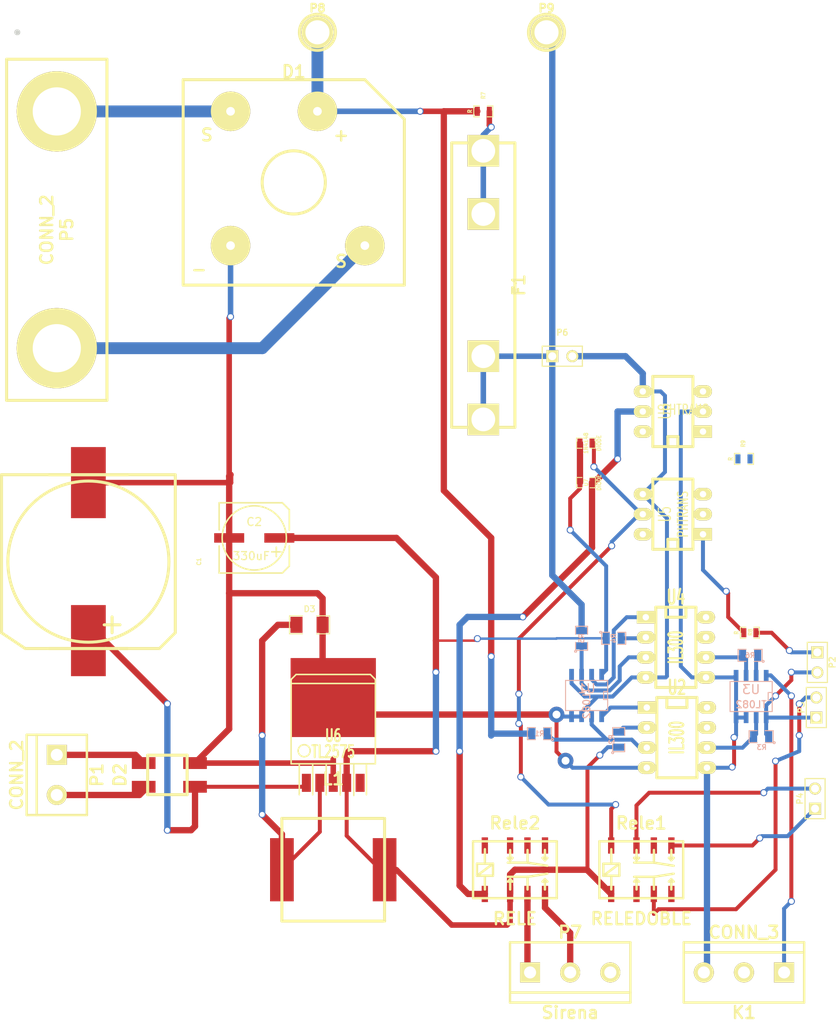
<source format=kicad_pcb>
(kicad_pcb (version 3) (host pcbnew "(2013-mar-13)-testing")

  (general
    (links 75)
    (no_connects 3)
    (area 16.43612 11.063 124.2112 140.2484)
    (thickness 1.5748)
    (drawings 1)
    (tracks 303)
    (zones 0)
    (modules 37)
    (nets 36)
  )

  (page A3)
  (layers
    (15 Front signal)
    (0 Back signal)
    (16 B.Adhes user)
    (17 F.Adhes user)
    (18 B.Paste user)
    (19 F.Paste user)
    (20 B.SilkS user)
    (21 F.SilkS user)
    (22 B.Mask user)
    (23 F.Mask user)
    (24 Dwgs.User user)
    (25 Cmts.User user)
    (26 Eco1.User user)
    (27 Eco2.User user)
    (28 Edge.Cuts user)
  )

  (setup
    (last_trace_width 0.254)
    (user_trace_width 0.3048)
    (user_trace_width 0.50038)
    (user_trace_width 0.70104)
    (user_trace_width 0.8001)
    (user_trace_width 1.00076)
    (user_trace_width 1.50114)
    (trace_clearance 0.254)
    (zone_clearance 0.508)
    (zone_45_only no)
    (trace_min 0.254)
    (segment_width 0.381)
    (edge_width 0.381)
    (via_size 0.889)
    (via_drill 0.635)
    (via_min_size 0.889)
    (via_min_drill 0.508)
    (user_via 1.99898 1.00076)
    (uvia_size 0.508)
    (uvia_drill 0.127)
    (uvias_allowed no)
    (uvia_min_size 0.508)
    (uvia_min_drill 0.127)
    (pcb_text_width 0.3048)
    (pcb_text_size 1.524 2.032)
    (mod_edge_width 0.381)
    (mod_text_size 1.524 1.524)
    (mod_text_width 0.3048)
    (pad_size 0.635 1.143)
    (pad_drill 0)
    (pad_to_mask_clearance 0.254)
    (aux_axis_origin 0 0)
    (visible_elements 7FFFFFFF)
    (pcbplotparams
      (layerselection 3178497)
      (usegerberextensions true)
      (excludeedgelayer true)
      (linewidth 60)
      (plotframeref false)
      (viasonmask false)
      (mode 1)
      (useauxorigin false)
      (hpglpennumber 1)
      (hpglpenspeed 20)
      (hpglpendiameter 15)
      (hpglpenoverlay 2)
      (psnegative false)
      (psa4output false)
      (plotreference true)
      (plotvalue true)
      (plotothertext true)
      (plotinvisibletext false)
      (padsonsilk false)
      (subtractmaskfromsilk false)
      (outputformat 1)
      (mirror false)
      (drillshape 1)
      (scaleselection 1)
      (outputdirectory ""))
  )

  (net 0 "")
  (net 1 +5V)
  (net 2 +5VA)
  (net 3 /ENABLE_HV_SOURCE)
  (net 4 /SENSOR_I)
  (net 5 /SENSOR_V_CAPACITORS)
  (net 6 /SENSOR_V_HV_SOURCE)
  (net 7 /V_CAPACITORS)
  (net 8 /V_HV_SOURCE)
  (net 9 GND)
  (net 10 GNDA)
  (net 11 N-000001)
  (net 12 N-0000010)
  (net 13 N-0000011)
  (net 14 N-0000013)
  (net 15 N-0000014)
  (net 16 N-0000015)
  (net 17 N-0000016)
  (net 18 N-0000017)
  (net 19 N-0000020)
  (net 20 N-0000022)
  (net 21 N-0000023)
  (net 22 N-0000027)
  (net 23 N-0000028)
  (net 24 N-0000029)
  (net 25 N-000003)
  (net 26 N-0000030)
  (net 27 N-0000031)
  (net 28 N-0000032)
  (net 29 N-000004)
  (net 30 N-0000044)
  (net 31 N-000005)
  (net 32 N-000006)
  (net 33 N-000007)
  (net 34 N-000008)
  (net 35 N-000009)

  (net_class Default "This is the default net class."
    (clearance 0.254)
    (trace_width 0.254)
    (via_dia 0.889)
    (via_drill 0.635)
    (uvia_dia 0.508)
    (uvia_drill 0.127)
    (add_net "")
    (add_net +5V)
    (add_net +5VA)
    (add_net /ENABLE_HV_SOURCE)
    (add_net /SENSOR_I)
    (add_net /SENSOR_V_CAPACITORS)
    (add_net /SENSOR_V_HV_SOURCE)
    (add_net /V_CAPACITORS)
    (add_net /V_HV_SOURCE)
    (add_net GND)
    (add_net GNDA)
    (add_net N-000001)
    (add_net N-0000010)
    (add_net N-0000011)
    (add_net N-0000013)
    (add_net N-0000014)
    (add_net N-0000015)
    (add_net N-0000016)
    (add_net N-0000017)
    (add_net N-0000020)
    (add_net N-0000022)
    (add_net N-0000023)
    (add_net N-0000027)
    (add_net N-0000028)
    (add_net N-0000029)
    (add_net N-000003)
    (add_net N-0000030)
    (add_net N-0000031)
    (add_net N-0000032)
    (add_net N-000004)
    (add_net N-0000044)
    (add_net N-000005)
    (add_net N-000006)
    (add_net N-000007)
    (add_net N-000008)
    (add_net N-000009)
  )

  (module SM0805 (layer Back) (tedit 51225666) (tstamp 512246A0)
    (at 95.507 91.707)
    (path /5120288E)
    (attr smd)
    (fp_text reference R4 (at 0 0 90) (layer B.SilkS)
      (effects (font (size 0.635 0.635) (thickness 0.127)) (justify mirror))
    )
    (fp_text value 1k (at 0 0) (layer B.SilkS) hide
      (effects (font (size 0.635 0.635) (thickness 0.127)) (justify mirror))
    )
    (fp_circle (center -1.651 -0.762) (end -1.651 -0.635) (layer B.SilkS) (width 0.127))
    (fp_line (start -0.508 -0.762) (end -1.524 -0.762) (layer B.SilkS) (width 0.127))
    (fp_line (start -1.524 -0.762) (end -1.524 0.762) (layer B.SilkS) (width 0.127))
    (fp_line (start -1.524 0.762) (end -0.508 0.762) (layer B.SilkS) (width 0.127))
    (fp_line (start 0.508 0.762) (end 1.524 0.762) (layer B.SilkS) (width 0.127))
    (fp_line (start 1.524 0.762) (end 1.524 -0.762) (layer B.SilkS) (width 0.127))
    (fp_line (start 1.524 -0.762) (end 0.508 -0.762) (layer B.SilkS) (width 0.127))
    (pad 1 smd rect (at -0.9525 0) (size 0.889 1.397)
      (layers Back B.Paste B.Mask)
      (net 2 +5VA)
    )
    (pad 2 smd rect (at 0.9525 0) (size 0.889 1.397)
      (layers Back B.Paste B.Mask)
      (net 13 N-0000011)
    )
    (model smd/chip_cms.wrl
      (at (xyz 0 0 0))
      (scale (xyz 0.1 0.1 0.1))
      (rotate (xyz 0 0 0))
    )
  )

  (module SM0805 (layer Back) (tedit 42806E04) (tstamp 512246AD)
    (at 112.779 93.866 180)
    (path /5120288D)
    (attr smd)
    (fp_text reference R6 (at 0 0 180) (layer B.SilkS)
      (effects (font (size 0.635 0.635) (thickness 0.127)) (justify mirror))
    )
    (fp_text value 10k (at 0 0 180) (layer B.SilkS) hide
      (effects (font (size 0.635 0.635) (thickness 0.127)) (justify mirror))
    )
    (fp_circle (center -1.651 -0.762) (end -1.651 -0.635) (layer B.SilkS) (width 0.127))
    (fp_line (start -0.508 -0.762) (end -1.524 -0.762) (layer B.SilkS) (width 0.127))
    (fp_line (start -1.524 -0.762) (end -1.524 0.762) (layer B.SilkS) (width 0.127))
    (fp_line (start -1.524 0.762) (end -0.508 0.762) (layer B.SilkS) (width 0.127))
    (fp_line (start 0.508 0.762) (end 1.524 0.762) (layer B.SilkS) (width 0.127))
    (fp_line (start 1.524 0.762) (end 1.524 -0.762) (layer B.SilkS) (width 0.127))
    (fp_line (start 1.524 -0.762) (end 0.508 -0.762) (layer B.SilkS) (width 0.127))
    (pad 1 smd rect (at -0.9525 0 180) (size 0.889 1.397)
      (layers Back B.Paste B.Mask)
      (net 5 /SENSOR_V_CAPACITORS)
    )
    (pad 2 smd rect (at 0.9525 0 180) (size 0.889 1.397)
      (layers Back B.Paste B.Mask)
      (net 34 N-000008)
    )
    (model smd/chip_cms.wrl
      (at (xyz 0 0 0))
      (scale (xyz 0.1 0.1 0.1))
      (rotate (xyz 0 0 0))
    )
  )

  (module SM0805 (layer Back) (tedit 42806E04) (tstamp 512246BA)
    (at 91.443 91.707 90)
    (path /5120288C)
    (attr smd)
    (fp_text reference R5 (at 0 0 90) (layer B.SilkS)
      (effects (font (size 0.635 0.635) (thickness 0.127)) (justify mirror))
    )
    (fp_text value 10k (at 0 0 90) (layer B.SilkS) hide
      (effects (font (size 0.635 0.635) (thickness 0.127)) (justify mirror))
    )
    (fp_circle (center -1.651 -0.762) (end -1.651 -0.635) (layer B.SilkS) (width 0.127))
    (fp_line (start -0.508 -0.762) (end -1.524 -0.762) (layer B.SilkS) (width 0.127))
    (fp_line (start -1.524 -0.762) (end -1.524 0.762) (layer B.SilkS) (width 0.127))
    (fp_line (start -1.524 0.762) (end -0.508 0.762) (layer B.SilkS) (width 0.127))
    (fp_line (start 0.508 0.762) (end 1.524 0.762) (layer B.SilkS) (width 0.127))
    (fp_line (start 1.524 0.762) (end 1.524 -0.762) (layer B.SilkS) (width 0.127))
    (fp_line (start 1.524 -0.762) (end 0.508 -0.762) (layer B.SilkS) (width 0.127))
    (pad 1 smd rect (at -0.9525 0 90) (size 0.889 1.397)
      (layers Back B.Paste B.Mask)
      (net 35 N-000009)
    )
    (pad 2 smd rect (at 0.9525 0 90) (size 0.889 1.397)
      (layers Back B.Paste B.Mask)
      (net 7 /V_CAPACITORS)
    )
    (model smd/chip_cms.wrl
      (at (xyz 0 0 0))
      (scale (xyz 0.1 0.1 0.1))
      (rotate (xyz 0 0 0))
    )
  )

  (module SM0805 (layer Back) (tedit 42806E04) (tstamp 512246C7)
    (at 86.109 103.772 180)
    (path /51201F96)
    (attr smd)
    (fp_text reference R1 (at 0 0 180) (layer B.SilkS)
      (effects (font (size 0.635 0.635) (thickness 0.127)) (justify mirror))
    )
    (fp_text value 10k (at 0 0 180) (layer B.SilkS) hide
      (effects (font (size 0.635 0.635) (thickness 0.127)) (justify mirror))
    )
    (fp_circle (center -1.651 -0.762) (end -1.651 -0.635) (layer B.SilkS) (width 0.127))
    (fp_line (start -0.508 -0.762) (end -1.524 -0.762) (layer B.SilkS) (width 0.127))
    (fp_line (start -1.524 -0.762) (end -1.524 0.762) (layer B.SilkS) (width 0.127))
    (fp_line (start -1.524 0.762) (end -0.508 0.762) (layer B.SilkS) (width 0.127))
    (fp_line (start 0.508 0.762) (end 1.524 0.762) (layer B.SilkS) (width 0.127))
    (fp_line (start 1.524 0.762) (end 1.524 -0.762) (layer B.SilkS) (width 0.127))
    (fp_line (start 1.524 -0.762) (end 0.508 -0.762) (layer B.SilkS) (width 0.127))
    (pad 1 smd rect (at -0.9525 0 180) (size 0.889 1.397)
      (layers Back B.Paste B.Mask)
      (net 17 N-0000016)
    )
    (pad 2 smd rect (at 0.9525 0 180) (size 0.889 1.397)
      (layers Back B.Paste B.Mask)
      (net 8 /V_HV_SOURCE)
    )
    (model smd/chip_cms.wrl
      (at (xyz 0 0 0))
      (scale (xyz 0.1 0.1 0.1))
      (rotate (xyz 0 0 0))
    )
  )

  (module SM0805 (layer Back) (tedit 5159E475) (tstamp 512246D4)
    (at 114.176 104.153 180)
    (path /51201EC6)
    (attr smd)
    (fp_text reference R3 (at -0.074 -1.347 180) (layer B.SilkS)
      (effects (font (size 0.635 0.635) (thickness 0.127)) (justify mirror))
    )
    (fp_text value 10k (at 0 0 180) (layer B.SilkS) hide
      (effects (font (size 0.635 0.635) (thickness 0.127)) (justify mirror))
    )
    (fp_circle (center -1.651 -0.762) (end -1.651 -0.635) (layer B.SilkS) (width 0.127))
    (fp_line (start -0.508 -0.762) (end -1.524 -0.762) (layer B.SilkS) (width 0.127))
    (fp_line (start -1.524 -0.762) (end -1.524 0.762) (layer B.SilkS) (width 0.127))
    (fp_line (start -1.524 0.762) (end -0.508 0.762) (layer B.SilkS) (width 0.127))
    (fp_line (start 0.508 0.762) (end 1.524 0.762) (layer B.SilkS) (width 0.127))
    (fp_line (start 1.524 0.762) (end 1.524 -0.762) (layer B.SilkS) (width 0.127))
    (fp_line (start 1.524 -0.762) (end 0.508 -0.762) (layer B.SilkS) (width 0.127))
    (pad 1 smd rect (at -0.9525 0 180) (size 0.889 1.397)
      (layers Back B.Paste B.Mask)
      (net 6 /SENSOR_V_HV_SOURCE)
    )
    (pad 2 smd rect (at 0.9525 0 180) (size 0.889 1.397)
      (layers Back B.Paste B.Mask)
      (net 25 N-000003)
    )
    (model smd/chip_cms.wrl
      (at (xyz 0 0 0))
      (scale (xyz 0.1 0.1 0.1))
      (rotate (xyz 0 0 0))
    )
  )

  (module SM0805 (layer Back) (tedit 5159DF9F) (tstamp 512246E1)
    (at 96.142 104.534 90)
    (path /51201EB5)
    (attr smd)
    (fp_text reference R2 (at 0.034 -0.892 90) (layer B.SilkS)
      (effects (font (size 0.635 0.635) (thickness 0.127)) (justify mirror))
    )
    (fp_text value 1k (at 0.034 1.108 90) (layer B.SilkS) hide
      (effects (font (size 0.635 0.635) (thickness 0.127)) (justify mirror))
    )
    (fp_circle (center -1.651 -0.762) (end -1.651 -0.635) (layer B.SilkS) (width 0.127))
    (fp_line (start -0.508 -0.762) (end -1.524 -0.762) (layer B.SilkS) (width 0.127))
    (fp_line (start -1.524 -0.762) (end -1.524 0.762) (layer B.SilkS) (width 0.127))
    (fp_line (start -1.524 0.762) (end -0.508 0.762) (layer B.SilkS) (width 0.127))
    (fp_line (start 0.508 0.762) (end 1.524 0.762) (layer B.SilkS) (width 0.127))
    (fp_line (start 1.524 0.762) (end 1.524 -0.762) (layer B.SilkS) (width 0.127))
    (fp_line (start 1.524 -0.762) (end 0.508 -0.762) (layer B.SilkS) (width 0.127))
    (pad 1 smd rect (at -0.9525 0 90) (size 0.889 1.397)
      (layers Back B.Paste B.Mask)
      (net 2 +5VA)
    )
    (pad 2 smd rect (at 0.9525 0 90) (size 0.889 1.397)
      (layers Back B.Paste B.Mask)
      (net 14 N-0000013)
    )
    (model smd/chip_cms.wrl
      (at (xyz 0 0 0))
      (scale (xyz 0.1 0.1 0.1))
      (rotate (xyz 0 0 0))
    )
  )

  (module PIN_ARRAY_2X1 (layer Front) (tedit 4565C520) (tstamp 512246EC)
    (at 121.288 94.755 270)
    (descr "Connecteurs 2 pins")
    (tags "CONN DEV")
    (path /512D0518)
    (fp_text reference P2 (at 0 -1.905 270) (layer F.SilkS)
      (effects (font (size 0.762 0.762) (thickness 0.1524)))
    )
    (fp_text value CONN_6 (at 0 -1.905 270) (layer F.SilkS) hide
      (effects (font (size 0.762 0.762) (thickness 0.1524)))
    )
    (fp_line (start -2.54 1.27) (end -2.54 -1.27) (layer F.SilkS) (width 0.1524))
    (fp_line (start -2.54 -1.27) (end 2.54 -1.27) (layer F.SilkS) (width 0.1524))
    (fp_line (start 2.54 -1.27) (end 2.54 1.27) (layer F.SilkS) (width 0.1524))
    (fp_line (start 2.54 1.27) (end -2.54 1.27) (layer F.SilkS) (width 0.1524))
    (pad 1 thru_hole rect (at -1.27 0 270) (size 1.524 1.524) (drill 1.016)
      (layers *.Cu *.Mask F.SilkS)
      (net 3 /ENABLE_HV_SOURCE)
    )
    (pad 2 thru_hole circle (at 1.27 0 270) (size 1.524 1.524) (drill 1.016)
      (layers *.Cu *.Mask F.SilkS)
      (net 6 /SENSOR_V_HV_SOURCE)
    )
    (model pin_array/pins_array_2x1.wrl
      (at (xyz 0 0 0))
      (scale (xyz 1 1 1))
      (rotate (xyz 0 0 0))
    )
  )

  (module PIN_ARRAY_2X1 (layer Front) (tedit 5159E69B) (tstamp 512246F6)
    (at 121.161 100.47 90)
    (descr "Connecteurs 2 pins")
    (tags "CONN DEV")
    (path /5122685A)
    (fp_text reference P3 (at 0 -1.905 90) (layer F.SilkS)
      (effects (font (size 0.762 0.762) (thickness 0.1524)))
    )
    (fp_text value CONN_2 (at -0.03 2.339 90) (layer F.SilkS) hide
      (effects (font (size 0.762 0.762) (thickness 0.1524)))
    )
    (fp_line (start -2.54 1.27) (end -2.54 -1.27) (layer F.SilkS) (width 0.1524))
    (fp_line (start -2.54 -1.27) (end 2.54 -1.27) (layer F.SilkS) (width 0.1524))
    (fp_line (start 2.54 -1.27) (end 2.54 1.27) (layer F.SilkS) (width 0.1524))
    (fp_line (start 2.54 1.27) (end -2.54 1.27) (layer F.SilkS) (width 0.1524))
    (pad 1 thru_hole rect (at -1.27 0 90) (size 1.524 1.524) (drill 1.016)
      (layers *.Cu *.Mask F.SilkS)
      (net 28 N-0000032)
    )
    (pad 2 thru_hole circle (at 1.27 0 90) (size 1.524 1.524) (drill 1.016)
      (layers *.Cu *.Mask F.SilkS)
      (net 16 N-0000015)
    )
    (model pin_array/pins_array_2x1.wrl
      (at (xyz 0 0 0))
      (scale (xyz 1 1 1))
      (rotate (xyz 0 0 0))
    )
  )

  (module DIP-8__300_ELL (layer Front) (tedit 200000) (tstamp 512246F7)
    (at 103.381 92.85 270)
    (descr "8 pins DIL package, elliptical pads")
    (tags DIL)
    (path /5120288F)
    (fp_text reference U4 (at -6.35 0 360) (layer F.SilkS)
      (effects (font (size 1.778 1.143) (thickness 0.28702)))
    )
    (fp_text value IL300 (at 0 0 270) (layer F.SilkS)
      (effects (font (size 1.778 1.016) (thickness 0.254)))
    )
    (fp_line (start -5.08 -1.27) (end -3.81 -1.27) (layer F.SilkS) (width 0.381))
    (fp_line (start -3.81 -1.27) (end -3.81 1.27) (layer F.SilkS) (width 0.381))
    (fp_line (start -3.81 1.27) (end -5.08 1.27) (layer F.SilkS) (width 0.381))
    (fp_line (start -5.08 -2.54) (end 5.08 -2.54) (layer F.SilkS) (width 0.381))
    (fp_line (start 5.08 -2.54) (end 5.08 2.54) (layer F.SilkS) (width 0.381))
    (fp_line (start 5.08 2.54) (end -5.08 2.54) (layer F.SilkS) (width 0.381))
    (fp_line (start -5.08 2.54) (end -5.08 -2.54) (layer F.SilkS) (width 0.381))
    (pad 1 thru_hole rect (at -3.81 3.81 270) (size 1.5748 2.286) (drill 0.8128)
      (layers *.Cu *.Mask F.SilkS)
      (net 12 N-0000010)
    )
    (pad 2 thru_hole oval (at -1.27 3.81 270) (size 1.5748 2.286) (drill 0.8128)
      (layers *.Cu *.Mask F.SilkS)
      (net 13 N-0000011)
    )
    (pad 3 thru_hole oval (at 1.27 3.81 270) (size 1.5748 2.286) (drill 0.8128)
      (layers *.Cu *.Mask F.SilkS)
      (net 35 N-000009)
    )
    (pad 4 thru_hole oval (at 3.81 3.81 270) (size 1.5748 2.286) (drill 0.8128)
      (layers *.Cu *.Mask F.SilkS)
      (net 10 GNDA)
    )
    (pad 5 thru_hole oval (at 3.81 -3.81 270) (size 1.5748 2.286) (drill 0.8128)
      (layers *.Cu *.Mask F.SilkS)
      (net 9 GND)
    )
    (pad 6 thru_hole oval (at 1.27 -3.81 270) (size 1.5748 2.286) (drill 0.8128)
      (layers *.Cu *.Mask F.SilkS)
      (net 34 N-000008)
    )
    (pad 7 thru_hole oval (at -1.27 -3.81 270) (size 1.5748 2.286) (drill 0.8128)
      (layers *.Cu *.Mask F.SilkS)
    )
    (pad 8 thru_hole oval (at -3.81 -3.81 270) (size 1.5748 2.286) (drill 0.8128)
      (layers *.Cu *.Mask F.SilkS)
    )
    (model dil/dil_8.wrl
      (at (xyz 0 0 0))
      (scale (xyz 1 1 1))
      (rotate (xyz 0 0 0))
    )
  )

  (module DIP-8__300_ELL (layer Front) (tedit 200000) (tstamp 5122470A)
    (at 103.508 104.28 270)
    (descr "8 pins DIL package, elliptical pads")
    (tags DIL)
    (path /51201E11)
    (fp_text reference U2 (at -6.35 0 360) (layer F.SilkS)
      (effects (font (size 1.778 1.143) (thickness 0.28702)))
    )
    (fp_text value IL300 (at 0 0 270) (layer F.SilkS)
      (effects (font (size 1.778 1.016) (thickness 0.254)))
    )
    (fp_line (start -5.08 -1.27) (end -3.81 -1.27) (layer F.SilkS) (width 0.381))
    (fp_line (start -3.81 -1.27) (end -3.81 1.27) (layer F.SilkS) (width 0.381))
    (fp_line (start -3.81 1.27) (end -5.08 1.27) (layer F.SilkS) (width 0.381))
    (fp_line (start -5.08 -2.54) (end 5.08 -2.54) (layer F.SilkS) (width 0.381))
    (fp_line (start 5.08 -2.54) (end 5.08 2.54) (layer F.SilkS) (width 0.381))
    (fp_line (start 5.08 2.54) (end -5.08 2.54) (layer F.SilkS) (width 0.381))
    (fp_line (start -5.08 2.54) (end -5.08 -2.54) (layer F.SilkS) (width 0.381))
    (pad 1 thru_hole rect (at -3.81 3.81 270) (size 1.5748 2.286) (drill 0.8128)
      (layers *.Cu *.Mask F.SilkS)
      (net 15 N-0000014)
    )
    (pad 2 thru_hole oval (at -1.27 3.81 270) (size 1.5748 2.286) (drill 0.8128)
      (layers *.Cu *.Mask F.SilkS)
      (net 14 N-0000013)
    )
    (pad 3 thru_hole oval (at 1.27 3.81 270) (size 1.5748 2.286) (drill 0.8128)
      (layers *.Cu *.Mask F.SilkS)
      (net 17 N-0000016)
    )
    (pad 4 thru_hole oval (at 3.81 3.81 270) (size 1.5748 2.286) (drill 0.8128)
      (layers *.Cu *.Mask F.SilkS)
      (net 10 GNDA)
    )
    (pad 5 thru_hole oval (at 3.81 -3.81 270) (size 1.5748 2.286) (drill 0.8128)
      (layers *.Cu *.Mask F.SilkS)
      (net 9 GND)
    )
    (pad 6 thru_hole oval (at 1.27 -3.81 270) (size 1.5748 2.286) (drill 0.8128)
      (layers *.Cu *.Mask F.SilkS)
      (net 25 N-000003)
    )
    (pad 7 thru_hole oval (at -1.27 -3.81 270) (size 1.5748 2.286) (drill 0.8128)
      (layers *.Cu *.Mask F.SilkS)
    )
    (pad 8 thru_hole oval (at -3.81 -3.81 270) (size 1.5748 2.286) (drill 0.8128)
      (layers *.Cu *.Mask F.SilkS)
    )
    (model dil/dil_8.wrl
      (at (xyz 0 0 0))
      (scale (xyz 1 1 1))
      (rotate (xyz 0 0 0))
    )
  )

  (module SO8E (layer Back) (tedit 512256C2) (tstamp 5122484C)
    (at 92.078 98.946 180)
    (descr "module CMS SOJ 8 pins etroit")
    (tags "CMS SOJ")
    (path /5122351C)
    (attr smd)
    (fp_text reference U1 (at 0 0.889 180) (layer B.SilkS)
      (effects (font (size 1.143 1.143) (thickness 0.1524)) (justify mirror))
    )
    (fp_text value TL082 (at 0 -1.016 270) (layer B.SilkS)
      (effects (font (size 0.889 0.889) (thickness 0.1524)) (justify mirror))
    )
    (fp_line (start -2.667 -1.778) (end -2.667 -1.905) (layer B.SilkS) (width 0.127))
    (fp_line (start -2.667 -1.905) (end 2.667 -1.905) (layer B.SilkS) (width 0.127))
    (fp_line (start 2.667 1.905) (end -2.667 1.905) (layer B.SilkS) (width 0.127))
    (fp_line (start -2.667 1.905) (end -2.667 -1.778) (layer B.SilkS) (width 0.127))
    (fp_line (start -2.667 0.508) (end -2.159 0.508) (layer B.SilkS) (width 0.127))
    (fp_line (start -2.159 0.508) (end -2.159 -0.508) (layer B.SilkS) (width 0.127))
    (fp_line (start -2.159 -0.508) (end -2.667 -0.508) (layer B.SilkS) (width 0.127))
    (fp_line (start 2.667 1.905) (end 2.667 -1.905) (layer B.SilkS) (width 0.127))
    (pad 8 smd rect (at -1.905 2.667 180) (size 0.59944 1.39954)
      (layers Back B.Paste B.Mask)
    )
    (pad 1 smd rect (at -1.905 -2.667 180) (size 0.59944 1.39954)
      (layers Back B.Paste B.Mask)
      (net 15 N-0000014)
    )
    (pad 7 smd rect (at -0.635 2.667 180) (size 0.59944 1.39954)
      (layers Back B.Paste B.Mask)
      (net 12 N-0000010)
    )
    (pad 6 smd rect (at 0.635 2.667 180) (size 0.59944 1.39954)
      (layers Back B.Paste B.Mask)
      (net 35 N-000009)
    )
    (pad 5 smd rect (at 1.905 2.667 180) (size 0.59944 1.39954)
      (layers Back B.Paste B.Mask)
      (net 10 GNDA)
    )
    (pad 2 smd rect (at -0.635 -2.667 180) (size 0.59944 1.39954)
      (layers Back B.Paste B.Mask)
      (net 17 N-0000016)
    )
    (pad 3 smd rect (at 0.635 -2.667 180) (size 0.59944 1.39954)
      (layers Back B.Paste B.Mask)
      (net 10 GNDA)
    )
    (pad 4 smd rect (at 1.905 -2.667 180) (size 0.59944 1.39954)
      (layers Back B.Paste B.Mask)
      (net 10 GNDA)
    )
    (model smd/cms_so8.wrl
      (at (xyz 0 0 0))
      (scale (xyz 0.5 0.32 0.5))
      (rotate (xyz 0 0 0))
    )
  )

  (module SO8E (layer Back) (tedit 512252BE) (tstamp 51224860)
    (at 112.906 99.073 180)
    (descr "module CMS SOJ 8 pins etroit")
    (tags "CMS SOJ")
    (path /51223574)
    (attr smd)
    (fp_text reference U3 (at 0 0.889 180) (layer B.SilkS)
      (effects (font (size 1.143 1.143) (thickness 0.1524)) (justify mirror))
    )
    (fp_text value TL082 (at 0 -1.016 180) (layer B.SilkS)
      (effects (font (size 0.889 0.889) (thickness 0.1524)) (justify mirror))
    )
    (fp_line (start -2.667 -1.778) (end -2.667 -1.905) (layer B.SilkS) (width 0.127))
    (fp_line (start -2.667 -1.905) (end 2.667 -1.905) (layer B.SilkS) (width 0.127))
    (fp_line (start 2.667 1.905) (end -2.667 1.905) (layer B.SilkS) (width 0.127))
    (fp_line (start -2.667 1.905) (end -2.667 -1.778) (layer B.SilkS) (width 0.127))
    (fp_line (start -2.667 0.508) (end -2.159 0.508) (layer B.SilkS) (width 0.127))
    (fp_line (start -2.159 0.508) (end -2.159 -0.508) (layer B.SilkS) (width 0.127))
    (fp_line (start -2.159 -0.508) (end -2.667 -0.508) (layer B.SilkS) (width 0.127))
    (fp_line (start 2.667 1.905) (end 2.667 -1.905) (layer B.SilkS) (width 0.127))
    (pad 8 smd rect (at -1.905 2.667 180) (size 0.59944 1.39954)
      (layers Back B.Paste B.Mask)
      (net 1 +5V)
    )
    (pad 1 smd rect (at -1.905 -2.667 180) (size 0.59944 1.39954)
      (layers Back B.Paste B.Mask)
      (net 6 /SENSOR_V_HV_SOURCE)
    )
    (pad 7 smd rect (at -0.635 2.667 180) (size 0.59944 1.39954)
      (layers Back B.Paste B.Mask)
      (net 5 /SENSOR_V_CAPACITORS)
    )
    (pad 6 smd rect (at 0.635 2.667 180) (size 0.59944 1.39954)
      (layers Back B.Paste B.Mask)
      (net 34 N-000008)
    )
    (pad 5 smd rect (at 1.905 2.667 180) (size 0.59944 1.39954)
      (layers Back B.Paste B.Mask)
      (net 9 GND)
    )
    (pad 2 smd rect (at -0.635 -2.667 180) (size 0.59944 1.39954)
      (layers Back B.Paste B.Mask)
      (net 25 N-000003)
    )
    (pad 3 smd rect (at 0.635 -2.667 180) (size 0.59944 1.39954)
      (layers Back B.Paste B.Mask)
      (net 9 GND)
    )
    (pad 4 smd rect (at 1.905 -2.667 180) (size 0.59944 1.39954)
      (layers Back B.Paste B.Mask)
      (net 9 GND)
    )
    (model smd/cms_so8.wrl
      (at (xyz 0 0 0))
      (scale (xyz 0.5 0.32 0.5))
      (rotate (xyz 0 0 0))
    )
  )

  (module TO263-5 (layer Front) (tedit 4FBE28E0) (tstamp 51565D59)
    (at 60 110)
    (path /51262338)
    (attr smd)
    (fp_text reference U6 (at 0 -5.969) (layer F.SilkS)
      (effects (font (size 1.524 1.016) (thickness 0.254)))
    )
    (fp_text value TL2575 (at 0 -3.937) (layer F.SilkS)
      (effects (font (size 1.524 1.016) (thickness 0.254)))
    )
    (fp_line (start 4.20116 -2.4003) (end 4.20116 1.50114) (layer F.SilkS) (width 0.19812))
    (fp_line (start 2.60096 -2.4003) (end 2.60096 1.6002) (layer F.SilkS) (width 0.19812))
    (fp_line (start -4.30022 -2.4003) (end -4.30022 1.50114) (layer F.SilkS) (width 0.19812))
    (fp_line (start -2.60096 -2.4003) (end -2.60096 1.50114) (layer F.SilkS) (width 0.19812))
    (fp_line (start -0.889 -2.413) (end -0.889 1.524) (layer F.SilkS) (width 0.19812))
    (fp_line (start 0.889 1.524) (end 0.889 -2.413) (layer F.SilkS) (width 0.19812))
    (fp_circle (center -3.683 -4.064) (end -3.683 -3.302) (layer F.SilkS) (width 0.19812))
    (fp_line (start -5.334 -2.413) (end -5.334 -13.081) (layer F.SilkS) (width 0.19812))
    (fp_line (start -5.334 -13.081) (end -4.699 -13.716) (layer F.SilkS) (width 0.19812))
    (fp_line (start -4.699 -13.716) (end 4.318 -13.716) (layer F.SilkS) (width 0.19812))
    (fp_line (start 4.318 -13.716) (end 4.572 -13.716) (layer F.SilkS) (width 0.19812))
    (fp_line (start 4.572 -13.716) (end 4.699 -13.716) (layer F.SilkS) (width 0.19812))
    (fp_line (start 4.699 -13.716) (end 5.334 -13.081) (layer F.SilkS) (width 0.19812))
    (fp_line (start 5.334 -13.081) (end 5.334 -2.413) (layer F.SilkS) (width 0.19812))
    (fp_line (start -5.334 -2.413) (end 5.334 -2.413) (layer F.SilkS) (width 0.19812))
    (fp_line (start 5.334 -12.573) (end -5.334 -12.573) (layer F.SilkS) (width 0.19812))
    (pad 2 smd rect (at -1.69926 0) (size 1.143 2.286)
      (layers Front F.Paste F.Mask)
      (net 30 N-0000044)
    )
    (pad 3 smd rect (at 0 -10.795) (size 10.80008 9.99998)
      (layers Front F.Paste F.Mask)
      (net 10 GNDA)
    )
    (pad 4 smd rect (at 1.69926 0) (size 1.143 2.286)
      (layers Front F.Paste F.Mask)
      (net 2 +5VA)
    )
    (pad 3 smd rect (at 0 0) (size 1.143 2.286)
      (layers Front F.Paste F.Mask)
      (net 10 GNDA)
    )
    (pad 1 smd rect (at -3.40106 0) (size 1.143 2.286)
      (layers Front F.Paste F.Mask)
      (net 23 N-0000028)
    )
    (pad 5 smd rect (at 3.40106 0) (size 1.143 2.286)
      (layers Front F.Paste F.Mask)
    )
  )

  (module SMDHD/VF (layer Front) (tedit 4E4E6B62) (tstamp 51565D6A)
    (at 50 79 180)
    (path /51262A4E)
    (attr smd)
    (fp_text reference C2 (at 0 2.032 180) (layer F.SilkS)
      (effects (font (size 1.016 1.016) (thickness 0.15748)))
    )
    (fp_text value 330uF (at 0.381 -2.286 180) (layer F.SilkS)
      (effects (font (size 1.016 1.016) (thickness 0.15748)))
    )
    (fp_line (start -4.445 -3.429) (end -4.445 -1.016) (layer F.SilkS) (width 0.2032))
    (fp_line (start -4.445 3.556) (end -4.445 1.016) (layer F.SilkS) (width 0.2032))
    (fp_line (start 4.445 4.445) (end 4.445 1.016) (layer F.SilkS) (width 0.2032))
    (fp_line (start 4.445 -4.445) (end 4.445 -1.016) (layer F.SilkS) (width 0.2032))
    (fp_text user + (at -2.794 -1.651 180) (layer F.SilkS)
      (effects (font (thickness 0.2032)))
    )
    (fp_line (start 0 -4.445) (end 4.445 -4.445) (layer F.SilkS) (width 0.2032))
    (fp_line (start 4.445 4.445) (end -3.556 4.445) (layer F.SilkS) (width 0.2032))
    (fp_line (start -3.556 4.445) (end -4.445 3.556) (layer F.SilkS) (width 0.2032))
    (fp_line (start -4.445 -3.556) (end -3.556 -4.445) (layer F.SilkS) (width 0.2032))
    (fp_line (start -3.556 -4.445) (end 0 -4.445) (layer F.SilkS) (width 0.2032))
    (fp_circle (center 0 0) (end 4.064 0) (layer F.SilkS) (width 0.2032))
    (pad 1 smd rect (at -3.175 0 180) (size 3.79984 1.19888)
      (layers Front F.Paste F.Mask)
      (net 2 +5VA)
    )
    (pad 2 smd rect (at 3.175 0 180) (size 3.79984 1.19888)
      (layers Front F.Paste F.Mask)
      (net 10 GNDA)
    )
    (model smd\capacitors\c_elec_8x6_5.wrl
      (at (xyz 0 0 0))
      (scale (xyz 1 1 1))
      (rotate (xyz 0 0 0))
    )
  )

  (module SM1206 (layer Front) (tedit 5158C571) (tstamp 51565D76)
    (at 57 90 180)
    (path /5126262F)
    (attr smd)
    (fp_text reference D3 (at 0 2 180) (layer F.SilkS)
      (effects (font (size 0.762 0.762) (thickness 0.127)))
    )
    (fp_text value DIODESCH (at 0 -2 180) (layer F.SilkS) hide
      (effects (font (size 0.762 0.762) (thickness 0.127)))
    )
    (fp_line (start -2.54 -1.143) (end -2.54 1.143) (layer F.SilkS) (width 0.127))
    (fp_line (start -2.54 1.143) (end -0.889 1.143) (layer F.SilkS) (width 0.127))
    (fp_line (start 0.889 -1.143) (end 2.54 -1.143) (layer F.SilkS) (width 0.127))
    (fp_line (start 2.54 -1.143) (end 2.54 1.143) (layer F.SilkS) (width 0.127))
    (fp_line (start 2.54 1.143) (end 0.889 1.143) (layer F.SilkS) (width 0.127))
    (fp_line (start -0.889 -1.143) (end -2.54 -1.143) (layer F.SilkS) (width 0.127))
    (pad 1 smd rect (at -1.651 0 180) (size 1.524 2.032)
      (layers Front F.Paste F.Mask)
      (net 10 GNDA)
    )
    (pad 2 smd rect (at 1.651 0 180) (size 1.524 2.032)
      (layers Front F.Paste F.Mask)
      (net 30 N-0000044)
    )
    (model smd/chip_cms.wrl
      (at (xyz 0 0 0))
      (scale (xyz 0.17 0.16 0.16))
      (rotate (xyz 0 0 0))
    )
  )

  (module SM0603_Resistor (layer Front) (tedit 5158A32D) (tstamp 51565D82)
    (at 79 25)
    (path /5122633D)
    (attr smd)
    (fp_text reference R7 (at 0 -2 90) (layer F.SilkS)
      (effects (font (size 0.50038 0.4572) (thickness 0.1143)))
    )
    (fp_text value R (at -1.69926 0 90) (layer F.SilkS)
      (effects (font (size 0.508 0.4572) (thickness 0.1143)))
    )
    (fp_line (start -0.50038 -0.6985) (end -1.2065 -0.6985) (layer F.SilkS) (width 0.127))
    (fp_line (start -1.2065 -0.6985) (end -1.2065 0.6985) (layer F.SilkS) (width 0.127))
    (fp_line (start -1.2065 0.6985) (end -0.50038 0.6985) (layer F.SilkS) (width 0.127))
    (fp_line (start 1.2065 -0.6985) (end 0.50038 -0.6985) (layer F.SilkS) (width 0.127))
    (fp_line (start 1.2065 -0.6985) (end 1.2065 0.6985) (layer F.SilkS) (width 0.127))
    (fp_line (start 1.2065 0.6985) (end 0.50038 0.6985) (layer F.SilkS) (width 0.127))
    (pad 1 smd rect (at -0.762 0) (size 0.635 1.143)
      (layers Front F.Paste F.Mask)
      (net 8 /V_HV_SOURCE)
    )
    (pad 2 smd rect (at 0.762 0) (size 0.635 1.143)
      (layers Front F.Paste F.Mask)
      (net 11 N-000001)
    )
    (model smd\resistors\R0603.wrl
      (at (xyz 0 0 0.001))
      (scale (xyz 0.5 0.5 0.5))
      (rotate (xyz 0 0 0))
    )
  )

  (module SM0603_Resistor (layer Front) (tedit 5159E585) (tstamp 51565D8E)
    (at 112 69)
    (path /51326D29)
    (attr smd)
    (fp_text reference R9 (at -0.1 -1.925 90) (layer F.SilkS)
      (effects (font (size 0.50038 0.4572) (thickness 0.1143)))
    )
    (fp_text value R (at -1.69926 0 90) (layer F.SilkS)
      (effects (font (size 0.508 0.4572) (thickness 0.1143)))
    )
    (fp_line (start -0.50038 -0.6985) (end -1.2065 -0.6985) (layer F.SilkS) (width 0.127))
    (fp_line (start -1.2065 -0.6985) (end -1.2065 0.6985) (layer F.SilkS) (width 0.127))
    (fp_line (start -1.2065 0.6985) (end -0.50038 0.6985) (layer F.SilkS) (width 0.127))
    (fp_line (start 1.2065 -0.6985) (end 0.50038 -0.6985) (layer F.SilkS) (width 0.127))
    (fp_line (start 1.2065 -0.6985) (end 1.2065 0.6985) (layer F.SilkS) (width 0.127))
    (fp_line (start 1.2065 0.6985) (end 0.50038 0.6985) (layer F.SilkS) (width 0.127))
    (pad 1 smd rect (at -0.762 0) (size 0.635 1.143)
      (layers Back F.Paste F.Mask)
      (net 18 N-0000017)
    )
    (pad 2 smd rect (at 0.762 0) (size 0.635 1.143)
      (layers Back F.Paste F.Mask)
    )
    (model smd\resistors\R0603.wrl
      (at (xyz 0 0 0.001))
      (scale (xyz 0.5 0.5 0.5))
      (rotate (xyz 0 0 0))
    )
  )

  (module SM0603_Resistor (layer Front) (tedit 5051B21B) (tstamp 51565DA6)
    (at 112.75 91)
    (path /51228251)
    (attr smd)
    (fp_text reference R8 (at 0.0635 -0.0635 90) (layer F.SilkS)
      (effects (font (size 0.50038 0.4572) (thickness 0.1143)))
    )
    (fp_text value R (at -1.69926 0 90) (layer F.SilkS)
      (effects (font (size 0.508 0.4572) (thickness 0.1143)))
    )
    (fp_line (start -0.50038 -0.6985) (end -1.2065 -0.6985) (layer F.SilkS) (width 0.127))
    (fp_line (start -1.2065 -0.6985) (end -1.2065 0.6985) (layer F.SilkS) (width 0.127))
    (fp_line (start -1.2065 0.6985) (end -0.50038 0.6985) (layer F.SilkS) (width 0.127))
    (fp_line (start 1.2065 -0.6985) (end 0.50038 -0.6985) (layer F.SilkS) (width 0.127))
    (fp_line (start 1.2065 -0.6985) (end 1.2065 0.6985) (layer F.SilkS) (width 0.127))
    (fp_line (start 1.2065 0.6985) (end 0.50038 0.6985) (layer F.SilkS) (width 0.127))
    (pad 1 smd rect (at -0.762 0) (size 0.635 1.143)
      (layers Front F.Paste F.Mask)
      (net 32 N-000006)
    )
    (pad 2 smd rect (at 0.762 0) (size 0.635 1.143)
      (layers Front F.Paste F.Mask)
      (net 3 /ENABLE_HV_SOURCE)
    )
    (model smd\resistors\R0603.wrl
      (at (xyz 0 0 0.001))
      (scale (xyz 0.5 0.5 0.5))
      (rotate (xyz 0 0 0))
    )
  )

  (module relay_gq-smd-s (layer Front) (tedit 5117E2AB) (tstamp 51565DD3)
    (at 83 121)
    (descr "relay, GQ series, SMD-S version")
    (path /51326D50)
    (fp_text reference Rele2 (at 0 -5.90042) (layer F.SilkS)
      (effects (font (thickness 0.3048)))
    )
    (fp_text value RELE (at 0 6.1976) (layer F.SilkS)
      (effects (font (thickness 0.3048)))
    )
    (fp_line (start 1.6002 -0.89916) (end 4.09956 -0.50038) (layer F.SilkS) (width 0.3048))
    (fp_line (start 3.79984 -1.19888) (end 3.50012 -1.50114) (layer F.SilkS) (width 0.3048))
    (fp_line (start 3.79984 -2.49936) (end 3.79984 -1.19888) (layer F.SilkS) (width 0.3048))
    (fp_line (start 4.09956 -1.50114) (end 3.50012 -1.50114) (layer F.SilkS) (width 0.3048))
    (fp_line (start 3.79984 -1.19888) (end 4.09956 -1.50114) (layer F.SilkS) (width 0.3048))
    (fp_line (start 1.6002 -2.49936) (end 1.6002 -0.89916) (layer F.SilkS) (width 0.3048))
    (fp_line (start 1.6002 -0.89916) (end -0.89916 -0.89916) (layer F.SilkS) (width 0.3048))
    (fp_line (start -0.59944 -1.19888) (end -0.29972 -1.50114) (layer F.SilkS) (width 0.3048))
    (fp_line (start -0.29972 -1.50114) (end -0.89916 -1.50114) (layer F.SilkS) (width 0.3048))
    (fp_line (start -0.59944 -2.49936) (end -0.59944 -1.19888) (layer F.SilkS) (width 0.3048))
    (fp_line (start -0.59944 -1.19888) (end -0.89916 -1.50114) (layer F.SilkS) (width 0.3048))
    (fp_line (start 1.6002 0.89916) (end 4.09956 0.50038) (layer F.SilkS) (width 0.3048))
    (fp_line (start -0.89916 0.89916) (end 1.6002 0.89916) (layer F.SilkS) (width 0.3048))
    (fp_line (start 1.6002 0.89916) (end 1.6002 2.49936) (layer F.SilkS) (width 0.3048))
    (fp_line (start 4.09956 1.50114) (end 3.79984 1.19888) (layer F.SilkS) (width 0.3048))
    (fp_line (start 3.50012 1.50114) (end 4.09956 1.50114) (layer F.SilkS) (width 0.3048))
    (fp_line (start 3.79984 1.19888) (end 3.50012 1.50114) (layer F.SilkS) (width 0.3048))
    (fp_line (start 3.79984 2.49936) (end 3.79984 1.19888) (layer F.SilkS) (width 0.3048))
    (fp_line (start -0.59944 2.49936) (end -0.59944 1.19888) (layer F.SilkS) (width 0.3048))
    (fp_line (start -0.59944 1.19888) (end -0.89916 1.50114) (layer F.SilkS) (width 0.3048))
    (fp_line (start -0.89916 1.50114) (end -0.29972 1.50114) (layer F.SilkS) (width 0.3048))
    (fp_line (start -0.29972 1.50114) (end -0.59944 1.19888) (layer F.SilkS) (width 0.3048))
    (fp_line (start -5.30098 3.59918) (end -5.30098 -3.59918) (layer F.SilkS) (width 0.3048))
    (fp_line (start 5.30098 3.59918) (end -5.30098 3.59918) (layer F.SilkS) (width 0.3048))
    (fp_line (start -5.30098 -3.59918) (end 5.30098 -3.59918) (layer F.SilkS) (width 0.3048))
    (fp_line (start 5.30098 -3.59918) (end 5.30098 3.59918) (layer F.SilkS) (width 0.3048))
    (fp_line (start -3.79984 2.49936) (end -3.79984 0.8001) (layer F.SilkS) (width 0.3048))
    (fp_line (start -3.79984 -2.60096) (end -3.79984 -0.8001) (layer F.SilkS) (width 0.3048))
    (fp_line (start -4.80568 0.762) (end -2.77368 -0.762) (layer F.SilkS) (width 0.3048))
    (fp_line (start -4.80568 -0.762) (end -2.77368 -0.762) (layer F.SilkS) (width 0.3048))
    (fp_line (start -2.77368 -0.762) (end -2.77368 0.762) (layer F.SilkS) (width 0.3048))
    (fp_line (start -2.77368 0.762) (end -4.80568 0.762) (layer F.SilkS) (width 0.3048))
    (fp_line (start -4.80568 0.762) (end -4.80568 -0.762) (layer F.SilkS) (width 0.3048))
    (pad 1 smd rect (at -3.81 3.06832) (size 0.79756 2.0574)
      (layers Front F.Paste F.Mask)
      (net 19 N-0000020)
    )
    (pad 2 smd rect (at -0.6096 3.06832) (size 0.79756 2.0574)
      (layers Front F.Paste F.Mask)
      (net 2 +5VA)
    )
    (pad 3 smd rect (at 1.5875 3.06832) (size 0.79756 2.0574)
      (layers Front F.Paste F.Mask)
      (net 20 N-0000022)
    )
    (pad 4 smd rect (at 3.81 3.06832) (size 0.79756 2.0574)
      (layers Front F.Paste F.Mask)
      (net 21 N-0000023)
    )
    (pad 5 smd rect (at 3.81 -3.06832) (size 0.79756 2.0574)
      (layers Front F.Paste F.Mask)
    )
    (pad 6 smd rect (at 1.5875 -3.06832) (size 0.79756 2.0574)
      (layers Front F.Paste F.Mask)
    )
    (pad 7 smd rect (at -0.6096 -3.06832) (size 0.79756 2.0574)
      (layers Front F.Paste F.Mask)
    )
    (pad 8 smd rect (at -3.81 -3.06832) (size 0.79756 2.0574)
      (layers Front F.Paste F.Mask)
    )
    (model walter/relay/relay_GQ-SMD-S.wrl
      (at (xyz 0 0 0))
      (scale (xyz 1 1 1))
      (rotate (xyz 0 0 0))
    )
  )

  (module relay_gq-smd-s (layer Front) (tedit 5117E2AB) (tstamp 51565E00)
    (at 99 121)
    (descr "relay, GQ series, SMD-S version")
    (path /51239037)
    (fp_text reference Rele1 (at 0 -5.90042) (layer F.SilkS)
      (effects (font (thickness 0.3048)))
    )
    (fp_text value RELEDOBLE (at 0 6.1976) (layer F.SilkS)
      (effects (font (thickness 0.3048)))
    )
    (fp_line (start 1.6002 -0.89916) (end 4.09956 -0.50038) (layer F.SilkS) (width 0.3048))
    (fp_line (start 3.79984 -1.19888) (end 3.50012 -1.50114) (layer F.SilkS) (width 0.3048))
    (fp_line (start 3.79984 -2.49936) (end 3.79984 -1.19888) (layer F.SilkS) (width 0.3048))
    (fp_line (start 4.09956 -1.50114) (end 3.50012 -1.50114) (layer F.SilkS) (width 0.3048))
    (fp_line (start 3.79984 -1.19888) (end 4.09956 -1.50114) (layer F.SilkS) (width 0.3048))
    (fp_line (start 1.6002 -2.49936) (end 1.6002 -0.89916) (layer F.SilkS) (width 0.3048))
    (fp_line (start 1.6002 -0.89916) (end -0.89916 -0.89916) (layer F.SilkS) (width 0.3048))
    (fp_line (start -0.59944 -1.19888) (end -0.29972 -1.50114) (layer F.SilkS) (width 0.3048))
    (fp_line (start -0.29972 -1.50114) (end -0.89916 -1.50114) (layer F.SilkS) (width 0.3048))
    (fp_line (start -0.59944 -2.49936) (end -0.59944 -1.19888) (layer F.SilkS) (width 0.3048))
    (fp_line (start -0.59944 -1.19888) (end -0.89916 -1.50114) (layer F.SilkS) (width 0.3048))
    (fp_line (start 1.6002 0.89916) (end 4.09956 0.50038) (layer F.SilkS) (width 0.3048))
    (fp_line (start -0.89916 0.89916) (end 1.6002 0.89916) (layer F.SilkS) (width 0.3048))
    (fp_line (start 1.6002 0.89916) (end 1.6002 2.49936) (layer F.SilkS) (width 0.3048))
    (fp_line (start 4.09956 1.50114) (end 3.79984 1.19888) (layer F.SilkS) (width 0.3048))
    (fp_line (start 3.50012 1.50114) (end 4.09956 1.50114) (layer F.SilkS) (width 0.3048))
    (fp_line (start 3.79984 1.19888) (end 3.50012 1.50114) (layer F.SilkS) (width 0.3048))
    (fp_line (start 3.79984 2.49936) (end 3.79984 1.19888) (layer F.SilkS) (width 0.3048))
    (fp_line (start -0.59944 2.49936) (end -0.59944 1.19888) (layer F.SilkS) (width 0.3048))
    (fp_line (start -0.59944 1.19888) (end -0.89916 1.50114) (layer F.SilkS) (width 0.3048))
    (fp_line (start -0.89916 1.50114) (end -0.29972 1.50114) (layer F.SilkS) (width 0.3048))
    (fp_line (start -0.29972 1.50114) (end -0.59944 1.19888) (layer F.SilkS) (width 0.3048))
    (fp_line (start -5.30098 3.59918) (end -5.30098 -3.59918) (layer F.SilkS) (width 0.3048))
    (fp_line (start 5.30098 3.59918) (end -5.30098 3.59918) (layer F.SilkS) (width 0.3048))
    (fp_line (start -5.30098 -3.59918) (end 5.30098 -3.59918) (layer F.SilkS) (width 0.3048))
    (fp_line (start 5.30098 -3.59918) (end 5.30098 3.59918) (layer F.SilkS) (width 0.3048))
    (fp_line (start -3.79984 2.49936) (end -3.79984 0.8001) (layer F.SilkS) (width 0.3048))
    (fp_line (start -3.79984 -2.60096) (end -3.79984 -0.8001) (layer F.SilkS) (width 0.3048))
    (fp_line (start -4.80568 0.762) (end -2.77368 -0.762) (layer F.SilkS) (width 0.3048))
    (fp_line (start -4.80568 -0.762) (end -2.77368 -0.762) (layer F.SilkS) (width 0.3048))
    (fp_line (start -2.77368 -0.762) (end -2.77368 0.762) (layer F.SilkS) (width 0.3048))
    (fp_line (start -2.77368 0.762) (end -4.80568 0.762) (layer F.SilkS) (width 0.3048))
    (fp_line (start -4.80568 0.762) (end -4.80568 -0.762) (layer F.SilkS) (width 0.3048))
    (pad 1 smd rect (at -3.81 3.06832) (size 0.79756 2.0574)
      (layers Front F.Paste F.Mask)
      (net 2 +5VA)
    )
    (pad 2 smd rect (at -0.6096 3.06832) (size 0.79756 2.0574)
      (layers Front F.Paste F.Mask)
      (net 28 N-0000032)
    )
    (pad 3 smd rect (at 1.5875 3.06832) (size 0.79756 2.0574)
      (layers Front F.Paste F.Mask)
      (net 16 N-0000015)
    )
    (pad 4 smd rect (at 3.81 3.06832) (size 0.79756 2.0574)
      (layers Front F.Paste F.Mask)
    )
    (pad 5 smd rect (at 3.81 -3.06832) (size 0.79756 2.0574)
      (layers Front F.Paste F.Mask)
      (net 27 N-0000031)
    )
    (pad 6 smd rect (at 1.5875 -3.06832) (size 0.79756 2.0574)
      (layers Front F.Paste F.Mask)
    )
    (pad 7 smd rect (at -0.6096 -3.06832) (size 0.79756 2.0574)
      (layers Front F.Paste F.Mask)
      (net 26 N-0000030)
    )
    (pad 8 smd rect (at -3.81 -3.06832) (size 0.79756 2.0574)
      (layers Front F.Paste F.Mask)
      (net 33 N-000007)
    )
    (model walter/relay/relay_GQ-SMD-S.wrl
      (at (xyz 0 0 0))
      (scale (xyz 1 1 1))
      (rotate (xyz 0 0 0))
    )
  )

  (module PIN_ARRAY_2X1 (layer Front) (tedit 5158C53F) (tstamp 51565E1E)
    (at 89 56)
    (descr "Connecteurs 2 pins")
    (tags "CONN DEV")
    (path /5122670B)
    (fp_text reference P6 (at 0 -3) (layer F.SilkS)
      (effects (font (size 0.762 0.762) (thickness 0.1524)))
    )
    (fp_text value CONN_2 (at 0 -1.905) (layer F.SilkS) hide
      (effects (font (size 0.762 0.762) (thickness 0.1524)))
    )
    (fp_line (start -2.54 1.27) (end -2.54 -1.27) (layer F.SilkS) (width 0.1524))
    (fp_line (start -2.54 -1.27) (end 2.54 -1.27) (layer F.SilkS) (width 0.1524))
    (fp_line (start 2.54 -1.27) (end 2.54 1.27) (layer F.SilkS) (width 0.1524))
    (fp_line (start 2.54 1.27) (end -2.54 1.27) (layer F.SilkS) (width 0.1524))
    (pad 1 thru_hole rect (at -1.27 0) (size 1.524 1.524) (drill 1.016)
      (layers *.Cu *.Mask F.SilkS)
      (net 7 /V_CAPACITORS)
    )
    (pad 2 thru_hole circle (at 1.27 0) (size 1.524 1.524) (drill 1.016)
      (layers *.Cu *.Mask F.SilkS)
      (net 10 GNDA)
    )
    (model pin_array/pins_array_2x1.wrl
      (at (xyz 0 0 0))
      (scale (xyz 1 1 1))
      (rotate (xyz 0 0 0))
    )
  )

  (module DIP-6__300_ELL (layer Front) (tedit 4879C789) (tstamp 51565E3B)
    (at 103 76 90)
    (descr "6 pins DIL package, elliptical pads")
    (tags DIL)
    (path /512298A6)
    (fp_text reference U5 (at 0 -1.016 90) (layer F.SilkS)
      (effects (font (size 1.524 1.016) (thickness 0.1524)))
    )
    (fp_text value PHTRANS (at 0 1.27 90) (layer F.SilkS)
      (effects (font (size 1.27 0.889) (thickness 0.1524)))
    )
    (fp_line (start -4.445 -2.54) (end 4.445 -2.54) (layer F.SilkS) (width 0.381))
    (fp_line (start 4.445 -2.54) (end 4.445 2.54) (layer F.SilkS) (width 0.381))
    (fp_line (start 4.445 2.54) (end -4.445 2.54) (layer F.SilkS) (width 0.381))
    (fp_line (start -4.445 2.54) (end -4.445 -2.54) (layer F.SilkS) (width 0.381))
    (fp_line (start -4.445 -0.635) (end -3.175 -0.635) (layer F.SilkS) (width 0.381))
    (fp_line (start -3.175 -0.635) (end -3.175 0.635) (layer F.SilkS) (width 0.381))
    (fp_line (start -3.175 0.635) (end -4.445 0.635) (layer F.SilkS) (width 0.381))
    (pad 1 thru_hole rect (at -2.54 3.81 90) (size 1.5748 2.286) (drill 0.8128)
      (layers *.Cu *.Mask F.SilkS)
      (net 32 N-000006)
    )
    (pad 2 thru_hole oval (at 0 3.81 90) (size 1.5748 2.286) (drill 0.8128)
      (layers *.Cu *.Mask F.SilkS)
      (net 9 GND)
    )
    (pad 3 thru_hole oval (at 2.54 3.81 90) (size 1.5748 2.286) (drill 0.8128)
      (layers *.Cu *.Mask F.SilkS)
    )
    (pad 4 thru_hole oval (at 2.54 -3.81 90) (size 1.5748 2.286) (drill 0.8128)
      (layers *.Cu *.Mask F.SilkS)
      (net 10 GNDA)
    )
    (pad 5 thru_hole oval (at 0 -3.81 90) (size 1.5748 2.286) (drill 0.8128)
      (layers *.Cu *.Mask F.SilkS)
      (net 33 N-000007)
    )
    (pad 6 thru_hole oval (at -2.54 -3.81 90) (size 1.5748 2.286) (drill 0.8128)
      (layers *.Cu *.Mask F.SilkS)
    )
    (model dil/dil_6.wrl
      (at (xyz 0 0 0))
      (scale (xyz 1 1 1))
      (rotate (xyz 0 0 0))
    )
  )

  (module DIP-6__300_ELL (layer Front) (tedit 5158CB4A) (tstamp 51565E4C)
    (at 103 63 90)
    (descr "6 pins DIL package, elliptical pads")
    (tags DIL)
    (path /51326D30)
    (fp_text reference U8 (at 0 -1.016 90) (layer F.SilkS)
      (effects (font (size 1.524 1.016) (thickness 0.1524)))
    )
    (fp_text value PHTRANS (at 0.225 1.575 180) (layer F.SilkS)
      (effects (font (size 1.27 0.889) (thickness 0.1524)))
    )
    (fp_line (start -4.445 -2.54) (end 4.445 -2.54) (layer F.SilkS) (width 0.381))
    (fp_line (start 4.445 -2.54) (end 4.445 2.54) (layer F.SilkS) (width 0.381))
    (fp_line (start 4.445 2.54) (end -4.445 2.54) (layer F.SilkS) (width 0.381))
    (fp_line (start -4.445 2.54) (end -4.445 -2.54) (layer F.SilkS) (width 0.381))
    (fp_line (start -4.445 -0.635) (end -3.175 -0.635) (layer F.SilkS) (width 0.381))
    (fp_line (start -3.175 -0.635) (end -3.175 0.635) (layer F.SilkS) (width 0.381))
    (fp_line (start -3.175 0.635) (end -4.445 0.635) (layer F.SilkS) (width 0.381))
    (pad 1 thru_hole rect (at -2.54 3.81 90) (size 1.5748 2.286) (drill 0.8128)
      (layers *.Cu *.Mask F.SilkS)
      (net 18 N-0000017)
    )
    (pad 2 thru_hole oval (at 0 3.81 90) (size 1.5748 2.286) (drill 0.8128)
      (layers *.Cu *.Mask F.SilkS)
      (net 9 GND)
    )
    (pad 3 thru_hole oval (at 2.54 3.81 90) (size 1.5748 2.286) (drill 0.8128)
      (layers *.Cu *.Mask F.SilkS)
    )
    (pad 4 thru_hole oval (at 2.54 -3.81 90) (size 1.5748 2.286) (drill 0.8128)
      (layers *.Cu *.Mask F.SilkS)
      (net 10 GNDA)
    )
    (pad 5 thru_hole oval (at 0 -3.81 90) (size 1.5748 2.286) (drill 0.8128)
      (layers *.Cu *.Mask F.SilkS)
      (net 19 N-0000020)
    )
    (pad 6 thru_hole oval (at -2.54 -3.81 90) (size 1.5748 2.286) (drill 0.8128)
      (layers *.Cu *.Mask F.SilkS)
    )
    (model dil/dil_6.wrl
      (at (xyz 0 0 0))
      (scale (xyz 1 1 1))
      (rotate (xyz 0 0 0))
    )
  )

  (module c_elec_10x20 (layer Front) (tedit 51548B8F) (tstamp 51565E5E)
    (at 29 82 270)
    (descr "SMT capacitor, aluminium electrolytic, 10x10.5")
    (path /51239DC7)
    (fp_text reference C1 (at 0 -14 270) (layer F.SilkS)
      (effects (font (size 0.50038 0.50038) (thickness 0.11938)))
    )
    (fp_text value 2200uF (at 0 12 270) (layer F.SilkS) hide
      (effects (font (size 0.50038 0.50038) (thickness 0.11938)))
    )
    (fp_line (start -11 -11) (end 9 -11) (layer F.SilkS) (width 0.381))
    (fp_line (start 9 -11) (end 11 -9) (layer F.SilkS) (width 0.381))
    (fp_line (start 11 -9) (end 11 8) (layer F.SilkS) (width 0.381))
    (fp_line (start 11 8) (end 9 11) (layer F.SilkS) (width 0.381))
    (fp_line (start 9 11) (end -11 11) (layer F.SilkS) (width 0.381))
    (fp_line (start -11 11) (end -11 -11) (layer F.SilkS) (width 0.381))
    (fp_line (start 8 -4) (end 8 -2) (layer F.SilkS) (width 0.381))
    (fp_line (start 7 -3) (end 9 -3) (layer F.SilkS) (width 0.381))
    (fp_circle (center 0 0) (end -2 -10) (layer F.SilkS) (width 0.381))
    (fp_line (start 11 5) (end 11 -5) (layer F.SilkS) (width 0.381))
    (fp_line (start 11 -5) (end 11 -4) (layer F.SilkS) (width 0.381))
    (fp_line (start -11 -5) (end -11 5) (layer F.SilkS) (width 0.381))
    (pad 1 smd rect (at 10 0 270) (size 9.0005 4.4003)
      (layers Front F.Paste F.Mask)
      (net 23 N-0000028)
    )
    (pad 2 smd rect (at -10 0 270) (size 9.0005 4.4003)
      (layers Front F.Paste F.Mask)
      (net 10 GNDA)
    )
    (model walter\smd_cap\c_elec_10x10_5.wrl
      (at (xyz 0 0 0))
      (scale (xyz 1 1 1))
      (rotate (xyz 0 0 0))
    )
  )

  (module bridge_1A (layer Front) (tedit 5155FF82) (tstamp 51565E6A)
    (at 39 109 90)
    (path /51239696)
    (fp_text reference D2 (at 0 -6 90) (layer F.SilkS)
      (effects (font (thickness 0.3048)))
    )
    (fp_text value BRIDGE (at 0 7 90) (layer F.SilkS) hide
      (effects (font (thickness 0.3048)))
    )
    (fp_line (start 2.5 2.5) (end 2.5 -2.5) (layer F.SilkS) (width 0.381))
    (fp_line (start 2.5 -2.5) (end -2.5 -2.5) (layer F.SilkS) (width 0.381))
    (fp_line (start -2.5 -2.5) (end -2.5 2.5) (layer F.SilkS) (width 0.381))
    (fp_line (start -2.5 2.5) (end 2.5 2.5) (layer F.SilkS) (width 0.381))
    (pad 2 smd trapezoid (at 1.5 -3 90) (size 1.5 3)
      (layers Front F.Paste F.Mask)
      (net 22 N-0000027)
    )
    (pad 4 smd trapezoid (at -1.5 -3 90) (size 1.5 3)
      (layers Front F.Paste F.Mask)
      (net 24 N-0000029)
    )
    (pad 3 smd trapezoid (at -1.5 3.5 90) (size 1.5 3)
      (layers Front F.Paste F.Mask)
      (net 23 N-0000028)
    )
    (pad 1 smd trapezoid (at 1.5 3.5 90) (size 1.5 3)
      (layers Front F.Paste F.Mask)
      (net 10 GNDA)
    )
  )

  (module 1pin (layer Front) (tedit 200000) (tstamp 51565E98)
    (at 58 15)
    (descr "module 1 pin (ou trou mecanique de percage)")
    (tags DEV)
    (path /513273E5)
    (fp_text reference P8 (at 0 -3.048) (layer F.SilkS)
      (effects (font (size 1.016 1.016) (thickness 0.254)))
    )
    (fp_text value CONN_1 (at 0 2.794) (layer F.SilkS) hide
      (effects (font (size 1.016 1.016) (thickness 0.254)))
    )
    (fp_circle (center 0 0) (end 0 -2.286) (layer F.SilkS) (width 0.381))
    (pad 1 thru_hole circle (at 0 0) (size 4.064 4.064) (drill 3.048)
      (layers *.Cu *.Mask F.SilkS)
      (net 8 /V_HV_SOURCE)
    )
  )

  (module 1pin (layer Front) (tedit 5158D5A9) (tstamp 51565E9E)
    (at 87 15)
    (descr "module 1 pin (ou trou mecanique de percage)")
    (tags DEV)
    (path /5132751C)
    (fp_text reference P9 (at 0 -3.048) (layer F.SilkS)
      (effects (font (size 1.016 1.016) (thickness 0.254)))
    )
    (fp_text value CONN_1 (at 0 4) (layer F.SilkS) hide
      (effects (font (size 1.016 1.016) (thickness 0.254)))
    )
    (fp_circle (center 0 0) (end 0 -2.286) (layer F.SilkS) (width 0.381))
    (pad 1 thru_hole circle (at 0 0) (size 4.064 4.064) (drill 3.048)
      (layers *.Cu *.Mask F.SilkS)
      (net 7 /V_CAPACITORS)
    )
  )

  (module SMD_inductor (layer Front) (tedit 5156149C) (tstamp 515762CB)
    (at 60 121)
    (path /51262939)
    (fp_text reference L1 (at 0 -11.5) (layer F.SilkS)
      (effects (font (thickness 0.3048)))
    )
    (fp_text value 300mH (at 0 8.5) (layer F.SilkS) hide
      (effects (font (thickness 0.3048)))
    )
    (fp_line (start -6.5 6.5) (end -6.5 -6.5) (layer F.SilkS) (width 0.381))
    (fp_line (start -6.5 -6.5) (end 6.5 -6.5) (layer F.SilkS) (width 0.381))
    (fp_line (start 6.5 -6.5) (end 6.5 6.5) (layer F.SilkS) (width 0.381))
    (fp_line (start 6.5 6.5) (end -6.5 6.5) (layer F.SilkS) (width 0.381))
    (pad 1 smd trapezoid (at -6.5 0) (size 3 8)
      (layers Front F.Paste F.Mask)
      (net 30 N-0000044)
    )
    (pad 2 smd trapezoid (at 6.5 0) (size 3 8)
      (layers Front F.Paste F.Mask)
      (net 2 +5VA)
    )
  )

  (module bornier3 (layer Front) (tedit 3EC0ECFA) (tstamp 51565E87)
    (at 112 134 180)
    (descr "Bornier d'alimentation 3 pins")
    (tags DEV)
    (path /512D0533)
    (fp_text reference K1 (at 0 -5.08 180) (layer F.SilkS)
      (effects (font (thickness 0.3048)))
    )
    (fp_text value CONN_3 (at 0 5.08 180) (layer F.SilkS)
      (effects (font (thickness 0.3048)))
    )
    (fp_line (start -7.62 3.81) (end -7.62 -3.81) (layer F.SilkS) (width 0.3048))
    (fp_line (start 7.62 3.81) (end 7.62 -3.81) (layer F.SilkS) (width 0.3048))
    (fp_line (start -7.62 2.54) (end 7.62 2.54) (layer F.SilkS) (width 0.3048))
    (fp_line (start -7.62 -3.81) (end 7.62 -3.81) (layer F.SilkS) (width 0.3048))
    (fp_line (start -7.62 3.81) (end 7.62 3.81) (layer F.SilkS) (width 0.3048))
    (pad 1 thru_hole rect (at -5.08 0 180) (size 2.54 2.54) (drill 1.524)
      (layers *.Cu *.Mask F.SilkS)
      (net 1 +5V)
    )
    (pad 2 thru_hole circle (at 0 0 180) (size 2.54 2.54) (drill 1.524)
      (layers *.Cu *.Mask F.SilkS)
      (net 4 /SENSOR_I)
    )
    (pad 3 thru_hole circle (at 5.08 0 180) (size 2.54 2.54) (drill 1.524)
      (layers *.Cu *.Mask F.SilkS)
      (net 9 GND)
    )
    (model device/bornier_3.wrl
      (at (xyz 0 0 0))
      (scale (xyz 1 1 1))
      (rotate (xyz 0 0 0))
    )
  )

  (module bornier3 (layer Front) (tedit 3EC0ECFA) (tstamp 51565E92)
    (at 90 134)
    (descr "Bornier d'alimentation 3 pins")
    (tags DEV)
    (path /51326D67)
    (fp_text reference P7 (at 0 -5.08) (layer F.SilkS)
      (effects (font (thickness 0.3048)))
    )
    (fp_text value Sirena (at 0 5.08) (layer F.SilkS)
      (effects (font (thickness 0.3048)))
    )
    (fp_line (start -7.62 3.81) (end -7.62 -3.81) (layer F.SilkS) (width 0.3048))
    (fp_line (start 7.62 3.81) (end 7.62 -3.81) (layer F.SilkS) (width 0.3048))
    (fp_line (start -7.62 2.54) (end 7.62 2.54) (layer F.SilkS) (width 0.3048))
    (fp_line (start -7.62 -3.81) (end 7.62 -3.81) (layer F.SilkS) (width 0.3048))
    (fp_line (start -7.62 3.81) (end 7.62 3.81) (layer F.SilkS) (width 0.3048))
    (pad 1 thru_hole rect (at -5.08 0) (size 2.54 2.54) (drill 1.524)
      (layers *.Cu *.Mask F.SilkS)
      (net 20 N-0000022)
    )
    (pad 2 thru_hole circle (at 0 0) (size 2.54 2.54) (drill 1.524)
      (layers *.Cu *.Mask F.SilkS)
      (net 21 N-0000023)
    )
    (pad 3 thru_hole circle (at 5.08 0) (size 2.54 2.54) (drill 1.524)
      (layers *.Cu *.Mask F.SilkS)
    )
    (model device/bornier_3.wrl
      (at (xyz 0 0 0))
      (scale (xyz 1 1 1))
      (rotate (xyz 0 0 0))
    )
  )

  (module PIN_ARRAY_2X1 (layer Front) (tedit 4565C520) (tstamp 51565E14)
    (at 121 112 90)
    (descr "Connecteurs 2 pins")
    (tags "CONN DEV")
    (path /51226860)
    (fp_text reference P4 (at 0 -1.905 90) (layer F.SilkS)
      (effects (font (size 0.762 0.762) (thickness 0.1524)))
    )
    (fp_text value CONN_2 (at 0 -1.905 90) (layer F.SilkS) hide
      (effects (font (size 0.762 0.762) (thickness 0.1524)))
    )
    (fp_line (start -2.54 1.27) (end -2.54 -1.27) (layer F.SilkS) (width 0.1524))
    (fp_line (start -2.54 -1.27) (end 2.54 -1.27) (layer F.SilkS) (width 0.1524))
    (fp_line (start 2.54 -1.27) (end 2.54 1.27) (layer F.SilkS) (width 0.1524))
    (fp_line (start 2.54 1.27) (end -2.54 1.27) (layer F.SilkS) (width 0.1524))
    (pad 1 thru_hole rect (at -1.27 0 90) (size 1.524 1.524) (drill 1.016)
      (layers *.Cu *.Mask F.SilkS)
      (net 27 N-0000031)
    )
    (pad 2 thru_hole circle (at 1.27 0 90) (size 1.524 1.524) (drill 1.016)
      (layers *.Cu *.Mask F.SilkS)
      (net 26 N-0000030)
    )
    (model pin_array/pins_array_2x1.wrl
      (at (xyz 0 0 0))
      (scale (xyz 1 1 1))
      (rotate (xyz 0 0 0))
    )
  )

  (module 2PIN_6mm (layer Front) (tedit 200000) (tstamp 51565E0A)
    (at 25 40 90)
    (descr "module 2 pin (trou 6 mm)")
    (tags DEV)
    (path /512260C8)
    (fp_text reference P5 (at 0 1.27 90) (layer F.SilkS)
      (effects (font (thickness 0.3048)))
    )
    (fp_text value CONN_2 (at 0 -1.27 90) (layer F.SilkS)
      (effects (font (thickness 0.3048)))
    )
    (fp_line (start -21.59 -6.35) (end 21.59 -6.35) (layer F.SilkS) (width 0.381))
    (fp_line (start 21.59 -6.35) (end 21.59 6.35) (layer F.SilkS) (width 0.381))
    (fp_line (start 21.59 6.35) (end -21.59 6.35) (layer F.SilkS) (width 0.381))
    (fp_line (start -21.59 6.35) (end -21.59 -6.35) (layer F.SilkS) (width 0.381))
    (pad 1 thru_hole circle (at -14.986 0 90) (size 10.16 10.16) (drill 6.096)
      (layers *.Cu *.Mask F.SilkS)
      (net 29 N-000004)
    )
    (pad 2 thru_hole circle (at 14.986 0 90) (size 10.16 10.16) (drill 6.096)
      (layers *.Cu *.Mask F.SilkS)
      (net 31 N-000005)
    )
    (model "device/douille_4mm(red).wrl"
      (at (xyz -0.59 0 0))
      (scale (xyz 1.8 1.8 1.8))
      (rotate (xyz 0 0 0))
    )
    (model "device/douille_4mm(red).wrl"
      (at (xyz 0.59 0 0))
      (scale (xyz 1.8 1.8 1.8))
      (rotate (xyz 0 0 0))
    )
  )

  (module bornier2 (layer Front) (tedit 3EC0ED69) (tstamp 512246E2)
    (at 25 109 270)
    (descr "Bornier d'alimentation 2 pins")
    (tags DEV)
    (path /5122420E)
    (fp_text reference P1 (at 0 -5.08 270) (layer F.SilkS)
      (effects (font (thickness 0.3048)))
    )
    (fp_text value CONN_2 (at 0 5.08 270) (layer F.SilkS)
      (effects (font (thickness 0.3048)))
    )
    (fp_line (start 5.08 2.54) (end -5.08 2.54) (layer F.SilkS) (width 0.3048))
    (fp_line (start 5.08 3.81) (end 5.08 -3.81) (layer F.SilkS) (width 0.3048))
    (fp_line (start 5.08 -3.81) (end -5.08 -3.81) (layer F.SilkS) (width 0.3048))
    (fp_line (start -5.08 -3.81) (end -5.08 3.81) (layer F.SilkS) (width 0.3048))
    (fp_line (start -5.08 3.81) (end 5.08 3.81) (layer F.SilkS) (width 0.3048))
    (pad 1 thru_hole rect (at -2.54 0 270) (size 2.54 2.54) (drill 1.524)
      (layers *.Cu *.Mask F.SilkS)
      (net 22 N-0000027)
    )
    (pad 2 thru_hole circle (at 2.54 0 270) (size 2.54 2.54) (drill 1.524)
      (layers *.Cu *.Mask F.SilkS)
      (net 24 N-0000029)
    )
    (model device/bornier_2.wrl
      (at (xyz 0 0 0))
      (scale (xyz 1 1 1))
      (rotate (xyz 0 0 0))
    )
  )

  (module SM0603_Capa (layer Front) (tedit 5051B1EC) (tstamp 51565D9A)
    (at 92 72 180)
    (path /51326D16)
    (attr smd)
    (fp_text reference U7 (at 0 0 270) (layer F.SilkS)
      (effects (font (size 0.508 0.4572) (thickness 0.1143)))
    )
    (fp_text value DIODE (at -1.651 0 270) (layer F.SilkS)
      (effects (font (size 0.508 0.4572) (thickness 0.1143)))
    )
    (fp_line (start 0.50038 0.65024) (end 1.19888 0.65024) (layer F.SilkS) (width 0.11938))
    (fp_line (start -0.50038 0.65024) (end -1.19888 0.65024) (layer F.SilkS) (width 0.11938))
    (fp_line (start 0.50038 -0.65024) (end 1.19888 -0.65024) (layer F.SilkS) (width 0.11938))
    (fp_line (start -1.19888 -0.65024) (end -0.50038 -0.65024) (layer F.SilkS) (width 0.11938))
    (fp_line (start 1.19888 -0.635) (end 1.19888 0.635) (layer F.SilkS) (width 0.11938))
    (fp_line (start -1.19888 0.635) (end -1.19888 -0.635) (layer F.SilkS) (width 0.11938))
    (pad 1 smd rect (at -0.762 0 180) (size 0.635 1.143)
      (layers Front F.Paste F.Mask)
      (net 19 N-0000020)
    )
    (pad 2 smd rect (at 0.762 0 180) (size 0.635 1.143)
      (layers Front F.Paste F.Mask)
      (net 2 +5VA)
    )
    (model smd\capacitors\C0603.wrl
      (at (xyz 0 0 0.001))
      (scale (xyz 0.5 0.5 0.5))
      (rotate (xyz 0 0 0))
    )
  )

  (module SM0603_Capa (layer Front) (tedit 5051B1EC) (tstamp 51565E2A)
    (at 92 67 180)
    (path /512271B0)
    (attr smd)
    (fp_text reference 1N4148 (at 0 0 270) (layer F.SilkS)
      (effects (font (size 0.508 0.4572) (thickness 0.1143)))
    )
    (fp_text value DIODE (at -1.651 0 270) (layer F.SilkS)
      (effects (font (size 0.508 0.4572) (thickness 0.1143)))
    )
    (fp_line (start 0.50038 0.65024) (end 1.19888 0.65024) (layer F.SilkS) (width 0.11938))
    (fp_line (start -0.50038 0.65024) (end -1.19888 0.65024) (layer F.SilkS) (width 0.11938))
    (fp_line (start 0.50038 -0.65024) (end 1.19888 -0.65024) (layer F.SilkS) (width 0.11938))
    (fp_line (start -1.19888 -0.65024) (end -0.50038 -0.65024) (layer F.SilkS) (width 0.11938))
    (fp_line (start 1.19888 -0.635) (end 1.19888 0.635) (layer F.SilkS) (width 0.11938))
    (fp_line (start -1.19888 0.635) (end -1.19888 -0.635) (layer F.SilkS) (width 0.11938))
    (pad 1 smd rect (at -0.762 0 180) (size 0.635 1.143)
      (layers Front F.Paste F.Mask)
      (net 33 N-000007)
    )
    (pad 2 smd rect (at 0.762 0 180) (size 0.635 1.143)
      (layers Front F.Paste F.Mask)
      (net 2 +5VA)
    )
    (model smd\capacitors\C0603.wrl
      (at (xyz 0 0 0.001))
      (scale (xyz 0.5 0.5 0.5))
      (rotate (xyz 0 0 0))
    )
  )

  (module bridge_1KV_TH (layer Front) (tedit 5159D450) (tstamp 51565E7C)
    (at 55 34)
    (path /512384AE)
    (fp_text reference D1 (at 0 -14) (layer F.SilkS)
      (effects (font (thickness 0.3048)))
    )
    (fp_text value BRIDGE (at 0 15) (layer F.SilkS) hide
      (effects (font (thickness 0.3048)))
    )
    (fp_text user S (at 6 10) (layer F.SilkS)
      (effects (font (thickness 0.3048)))
    )
    (fp_text user S (at -11 -6) (layer F.SilkS)
      (effects (font (thickness 0.3048)))
    )
    (fp_text user - (at -12 11) (layer F.SilkS)
      (effects (font (thickness 0.3048)))
    )
    (fp_text user + (at 6 -6) (layer F.SilkS)
      (effects (font (thickness 0.3048)))
    )
    (fp_circle (center 0 0) (end 0 -4) (layer F.SilkS) (width 0.381))
    (fp_line (start -14 13) (end 14 13) (layer F.SilkS) (width 0.381))
    (fp_line (start -14 13) (end -14 -13) (layer F.SilkS) (width 0.381))
    (fp_line (start -14 -13) (end 9 -13) (layer F.SilkS) (width 0.381))
    (fp_line (start 14 13) (end 14 -8) (layer F.SilkS) (width 0.381))
    (fp_line (start 14 -8) (end 9 -13) (layer F.SilkS) (width 0.381))
    (pad 2 thru_hole circle (at 9 8) (size 5 5) (drill 1.1)
      (layers *.Cu *.Mask F.SilkS)
      (net 29 N-000004)
    )
    (pad 1 thru_hole circle (at -8 8) (size 5 5) (drill 1.1)
      (layers *.Cu *.Mask F.SilkS)
      (net 10 GNDA)
    )
    (pad 4 thru_hole circle (at -8 -9) (size 5 5) (drill 1.1)
      (layers *.Cu *.Mask F.SilkS)
      (net 31 N-000005)
    )
    (pad 3 thru_hole circle (at 3 -9) (size 5 5) (drill 1.1)
      (layers *.Cu *.Mask F.SilkS)
      (net 8 /V_HV_SOURCE)
    )
  )

  (module FUSE_1KV_TH (layer Front) (tedit 5159D62A) (tstamp 515762D7)
    (at 79 47 270)
    (path /5122641E)
    (fp_text reference F1 (at 0 -4.5 270) (layer F.SilkS)
      (effects (font (thickness 0.3048)))
    )
    (fp_text value FUSE (at 0 6 270) (layer F.SilkS) hide
      (effects (font (thickness 0.3048)))
    )
    (fp_line (start -18 -4) (end 18 -4) (layer F.SilkS) (width 0.381))
    (fp_line (start 18 -4) (end 18 4) (layer F.SilkS) (width 0.381))
    (fp_line (start 18 4) (end -18 4) (layer F.SilkS) (width 0.381))
    (fp_line (start -18 4) (end -18 -4) (layer F.SilkS) (width 0.381))
    (pad 1 thru_hole trapezoid (at -17 0 270) (size 4 4) (drill 3)
      (layers *.Cu *.Mask F.SilkS)
      (net 11 N-000001)
    )
    (pad 2 thru_hole trapezoid (at 17 0 270) (size 4 4) (drill 3)
      (layers *.Cu *.Mask F.SilkS)
      (net 7 /V_CAPACITORS)
    )
    (pad 1 thru_hole trapezoid (at -9 0 270) (size 4 4) (drill 3)
      (layers *.Cu *.Mask F.SilkS)
      (net 11 N-000001)
    )
    (pad 2 thru_hole trapezoid (at 9 0 270) (size 4 4) (drill 3)
      (layers *.Cu *.Mask F.SilkS)
      (net 7 /V_CAPACITORS)
    )
  )

  (target plus (at 20 15) (size 0.005) (width 0.381) (layer Edge.Cuts))

  (segment (start 114.811 96.406) (end 115.406 96.406) (width 0.50038) (layer Back) (net 1))
  (segment (start 117.08 125.92) (end 117.08 134) (width 0.50038) (layer Back) (net 1) (tstamp 51590750))
  (segment (start 118 125) (end 117.08 125.92) (width 0.50038) (layer Back) (net 1) (tstamp 5159074F))
  (via (at 118 125) (size 0.889) (layers Front Back) (net 1))
  (segment (start 118 99) (end 118 125) (width 0.50038) (layer Front) (net 1) (tstamp 5159074C))
  (via (at 118 99) (size 0.889) (layers Front Back) (net 1))
  (segment (start 115.406 96.406) (end 118 99) (width 0.50038) (layer Back) (net 1) (tstamp 51590749))
  (segment (start 94.5545 91.707) (end 88.293 91.707) (width 0.3048) (layer Back) (net 2))
  (segment (start 78 92) (end 73 92) (width 0.3048) (layer Front) (net 2) (tstamp 515A3441))
  (segment (start 78.25 91.75) (end 78 92) (width 0.3048) (layer Front) (net 2) (tstamp 515A3440))
  (via (at 78.25 91.75) (size 0.889) (layers Front Back) (net 2))
  (segment (start 88.25 91.75) (end 78.25 91.75) (width 0.3048) (layer Back) (net 2) (tstamp 515A343E))
  (segment (start 88.293 91.707) (end 88.25 91.75) (width 0.3048) (layer Back) (net 2) (tstamp 515A343C))
  (segment (start 96.142 105.4865) (end 94.7635 105.4865) (width 0.50038) (layer Back) (net 2))
  (segment (start 92.18584 108.06416) (end 92.18584 121.06416) (width 0.50038) (layer Front) (net 2) (tstamp 515A341F))
  (segment (start 93.75 106.5) (end 92.18584 108.06416) (width 0.50038) (layer Front) (net 2) (tstamp 515A341E))
  (via (at 93.75 106.5) (size 0.889) (layers Front Back) (net 2))
  (segment (start 94.7635 105.4865) (end 93.75 106.5) (width 0.50038) (layer Back) (net 2) (tstamp 515A341B))
  (segment (start 91.238 72) (end 91.238 72.762) (width 0.50038) (layer Front) (net 2))
  (segment (start 94.5545 82.5545) (end 94.5545 91.707) (width 0.50038) (layer Back) (net 2) (tstamp 51590745))
  (segment (start 90 78) (end 94.5545 82.5545) (width 0.50038) (layer Back) (net 2) (tstamp 51590744))
  (via (at 90 78) (size 0.889) (layers Front Back) (net 2))
  (segment (start 90 74) (end 90 78) (width 0.50038) (layer Front) (net 2) (tstamp 51590742))
  (segment (start 91.238 72.762) (end 90 74) (width 0.50038) (layer Front) (net 2) (tstamp 51590741))
  (segment (start 91.238 67) (end 91.238 72) (width 0.8001) (layer Front) (net 2))
  (segment (start 53.175 79) (end 68 79) (width 0.8001) (layer Front) (net 2))
  (segment (start 68 79) (end 73 84) (width 0.8001) (layer Front) (net 2) (tstamp 51590644))
  (segment (start 73 84) (end 73 92) (width 0.8001) (layer Front) (net 2) (tstamp 51590646))
  (segment (start 61.69926 106.30074) (end 61.69926 110) (width 0.8001) (layer Front) (net 2) (tstamp 5159064E))
  (segment (start 73 92) (end 73 96) (width 0.8001) (layer Front) (net 2) (tstamp 515A3444))
  (via (at 73 96) (size 0.889) (layers Front Back) (net 2))
  (segment (start 73 96) (end 73 106) (width 0.8001) (layer Back) (net 2) (tstamp 51590649))
  (via (at 73 106) (size 0.889) (layers Front Back) (net 2))
  (segment (start 73 106) (end 62 106) (width 0.8001) (layer Front) (net 2) (tstamp 5159064C))
  (segment (start 62 106) (end 61.69926 106.30074) (width 0.8001) (layer Front) (net 2) (tstamp 5159064D))
  (segment (start 82.3904 124.06832) (end 82.3904 121.6096) (width 0.8001) (layer Front) (net 2))
  (segment (start 92.12168 121) (end 92.18584 121.06416) (width 0.8001) (layer Front) (net 2) (tstamp 5159061F))
  (segment (start 92.18584 121.06416) (end 95.19 124.06832) (width 0.8001) (layer Front) (net 2) (tstamp 515A3422))
  (segment (start 83 121) (end 92.12168 121) (width 0.8001) (layer Front) (net 2) (tstamp 5159061E))
  (segment (start 82.3904 121.6096) (end 83 121) (width 0.8001) (layer Front) (net 2) (tstamp 5159061D))
  (segment (start 66.5 121) (end 68 121) (width 0.70104) (layer Front) (net 2))
  (segment (start 82.3904 127.6096) (end 82.3904 124.06832) (width 0.70104) (layer Front) (net 2) (tstamp 515905E7))
  (segment (start 82 128) (end 82.3904 127.6096) (width 0.70104) (layer Front) (net 2) (tstamp 515905E6))
  (segment (start 75 128) (end 82 128) (width 0.70104) (layer Front) (net 2) (tstamp 515905E4))
  (segment (start 68 121) (end 75 128) (width 0.70104) (layer Front) (net 2) (tstamp 515905E3))
  (segment (start 66.5 121) (end 66 121) (width 0.50038) (layer Front) (net 2))
  (segment (start 61.69926 116.69926) (end 61.69926 110) (width 0.50038) (layer Front) (net 2) (tstamp 51590585))
  (segment (start 66 121) (end 61.69926 116.69926) (width 0.50038) (layer Front) (net 2) (tstamp 51590584))
  (segment (start 94.5545 91.707) (end 94.5545 95.7075) (width 0.50038) (layer Back) (net 2))
  (segment (start 94.5545 95.7075) (end 93.983 96.279) (width 0.50038) (layer Back) (net 2) (tstamp 51225882))
  (segment (start 113.512 91) (end 115.5 91) (width 0.50038) (layer Front) (net 3))
  (segment (start 117.985 93.485) (end 121.288 93.485) (width 0.50038) (layer Back) (net 3) (tstamp 515A33A9))
  (segment (start 117.75 93.25) (end 117.985 93.485) (width 0.50038) (layer Back) (net 3) (tstamp 515A33A8))
  (via (at 117.75 93.25) (size 0.889) (layers Front Back) (net 3))
  (segment (start 115.5 91) (end 117.75 93.25) (width 0.50038) (layer Front) (net 3) (tstamp 515A33A6))
  (segment (start 113.541 96.406) (end 113.541 94.0565) (width 0.50038) (layer Back) (net 5))
  (segment (start 113.541 94.0565) (end 113.7315 93.866) (width 0.50038) (layer Back) (net 5) (tstamp 51225561))
  (segment (start 114.811 101.74) (end 114.811 100.189) (width 0.50038) (layer Back) (net 6))
  (segment (start 118.025 96.025) (end 121.288 96.025) (width 0.50038) (layer Back) (net 6) (tstamp 5159076D))
  (segment (start 118 96) (end 118.025 96.025) (width 0.50038) (layer Back) (net 6) (tstamp 5159076C))
  (via (at 118 96) (size 0.889) (layers Front Back) (net 6))
  (segment (start 118 97) (end 118 96) (width 0.50038) (layer Front) (net 6) (tstamp 5159076A))
  (segment (start 116 99) (end 118 97) (width 0.50038) (layer Front) (net 6) (tstamp 51590769))
  (via (at 116 99) (size 0.889) (layers Front Back) (net 6))
  (segment (start 114.811 100.189) (end 116 99) (width 0.50038) (layer Back) (net 6) (tstamp 51590767))
  (segment (start 114.811 103.8355) (end 115.1285 104.153) (width 0.50038) (layer Back) (net 6) (tstamp 5122554E))
  (segment (start 114.811 101.74) (end 114.811 103.8355) (width 0.50038) (layer Back) (net 6))
  (segment (start 114.811 101.74) (end 121.161 101.74) (width 0.50038) (layer Back) (net 6))
  (segment (start 79 56) (end 87.73 56) (width 0.70104) (layer Back) (net 7))
  (segment (start 79 56) (end 79 64) (width 0.70104) (layer Back) (net 7))
  (segment (start 91.443 90.7545) (end 91.443 87.443) (width 0.8001) (layer Back) (net 7))
  (segment (start 91.443 87.443) (end 87.73 83.73) (width 0.8001) (layer Back) (net 7) (tstamp 51590735))
  (segment (start 87.73 83.73) (end 87.73 56) (width 0.8001) (layer Back) (net 7) (tstamp 51590737))
  (segment (start 87.73 56) (end 87.73 15.73) (width 0.8001) (layer Back) (net 7))
  (segment (start 87.73 15.73) (end 87 15) (width 0.8001) (layer Back) (net 7) (tstamp 515906E7))
  (segment (start 58 25) (end 71 25) (width 0.70104) (layer Back) (net 8))
  (segment (start 71 25) (end 78.238 25) (width 0.70104) (layer Front) (net 8) (tstamp 515A3327))
  (via (at 71 25) (size 0.889) (layers Front Back) (net 8))
  (segment (start 58 25) (end 58 15) (width 1.50114) (layer Back) (net 8))
  (segment (start 74 25) (end 74 73) (width 0.8001) (layer Front) (net 8))
  (segment (start 74 25) (end 78.238 25) (width 0.8001) (layer Front) (net 8) (tstamp 515906EE))
  (segment (start 74 73) (end 80 79) (width 0.8001) (layer Front) (net 8) (tstamp 515906F0))
  (segment (start 80 79) (end 80 94) (width 0.8001) (layer Front) (net 8) (tstamp 515906F1))
  (via (at 80 94) (size 0.889) (layers Front Back) (net 8))
  (segment (start 80 94) (end 80 104) (width 0.8001) (layer Back) (net 8) (tstamp 515906F4))
  (segment (start 80 104) (end 80.228 103.772) (width 0.8001) (layer Back) (net 8) (tstamp 515906F5))
  (segment (start 80.228 103.772) (end 85.1565 103.772) (width 0.8001) (layer Back) (net 8) (tstamp 515906F6))
  (segment (start 107.191 96.66) (end 105.41 96.66) (width 0.50038) (layer Back) (net 9))
  (segment (start 104 63) (end 106.81 63) (width 0.50038) (layer Back) (net 9) (tstamp 515A33BD))
  (segment (start 104 95.25) (end 104 63) (width 0.50038) (layer Back) (net 9) (tstamp 515A33BC))
  (segment (start 105.41 96.66) (end 104 95.25) (width 0.50038) (layer Back) (net 9) (tstamp 515A33BB))
  (segment (start 107.318 108.09) (end 110.41 108.09) (width 0.50038) (layer Back) (net 9))
  (segment (start 111.001 103.999) (end 111.001 101.74) (width 0.50038) (layer Back) (net 9) (tstamp 515A33B7))
  (segment (start 110.75 104.25) (end 111.001 103.999) (width 0.50038) (layer Back) (net 9) (tstamp 515A33B6))
  (via (at 110.75 104.25) (size 0.889) (layers Front Back) (net 9))
  (segment (start 110.75 107.75) (end 110.75 104.25) (width 0.50038) (layer Front) (net 9) (tstamp 515A33B4))
  (segment (start 110.5 108) (end 110.75 107.75) (width 0.50038) (layer Front) (net 9) (tstamp 515A33B3))
  (via (at 110.5 108) (size 0.889) (layers Front Back) (net 9))
  (segment (start 110.41 108.09) (end 110.5 108) (width 0.50038) (layer Back) (net 9) (tstamp 515A33B1))
  (segment (start 111.001 101.74) (end 111.001 96.406) (width 0.50038) (layer Back) (net 9))
  (segment (start 107.191 96.66) (end 110.747 96.66) (width 0.50038) (layer Back) (net 9))
  (segment (start 110.747 96.66) (end 111.001 96.406) (width 0.50038) (layer Back) (net 9) (tstamp 515A33AC))
  (segment (start 107.318 108.09) (end 107.318 133.602) (width 0.8001) (layer Back) (net 9))
  (segment (start 107.318 133.602) (end 106.92 134) (width 0.8001) (layer Back) (net 9) (tstamp 515906F9))
  (segment (start 111.001 101.74) (end 112.271 101.74) (width 0.50038) (layer Back) (net 9))
  (segment (start 99.571 96.66) (end 102.09 96.66) (width 0.50038) (layer Back) (net 10))
  (segment (start 102.25 76.52) (end 99.19 73.46) (width 0.50038) (layer Back) (net 10) (tstamp 515A33CA))
  (segment (start 102.25 96.5) (end 102.25 76.52) (width 0.50038) (layer Back) (net 10) (tstamp 515A33C9))
  (segment (start 102.09 96.66) (end 102.25 96.5) (width 0.50038) (layer Back) (net 10) (tstamp 515A33C8))
  (segment (start 99.19 60.46) (end 101.46 60.46) (width 0.50038) (layer Back) (net 10))
  (segment (start 101.46 60.46) (end 102 61) (width 0.50038) (layer Back) (net 10) (tstamp 515A33C0))
  (segment (start 102 61) (end 102 70.65) (width 0.50038) (layer Back) (net 10) (tstamp 515A33C1))
  (segment (start 102 70.65) (end 99.19 73.46) (width 0.50038) (layer Back) (net 10) (tstamp 515A33C2))
  (segment (start 47 42) (end 47 51) (width 0.70104) (layer Back) (net 10))
  (segment (start 46.825 71.825) (end 47 72) (width 0.70104) (layer Front) (net 10) (tstamp 515A3321))
  (segment (start 46.825 51.175) (end 46.825 71.825) (width 0.70104) (layer Front) (net 10) (tstamp 515A3320))
  (segment (start 47 51) (end 46.825 51.175) (width 0.70104) (layer Front) (net 10) (tstamp 515A331F))
  (via (at 47 51) (size 0.889) (layers Front Back) (net 10))
  (segment (start 90.27 56) (end 97 56) (width 0.8001) (layer Back) (net 10))
  (segment (start 99.19 58.19) (end 99.19 60.46) (width 0.8001) (layer Back) (net 10) (tstamp 515906EB))
  (segment (start 97 56) (end 99.19 58.19) (width 0.8001) (layer Back) (net 10) (tstamp 515906EA))
  (segment (start 58.651 90) (end 58.651 97.856) (width 0.8001) (layer Front) (net 10))
  (segment (start 58.651 97.856) (end 60 99.205) (width 0.8001) (layer Front) (net 10) (tstamp 51590651))
  (segment (start 58.651 90) (end 58.651 86.651) (width 0.8001) (layer Front) (net 10))
  (segment (start 58 86) (end 46.825 86) (width 0.8001) (layer Front) (net 10) (tstamp 51590637))
  (segment (start 58.651 86.651) (end 58 86) (width 0.8001) (layer Front) (net 10) (tstamp 51590636))
  (segment (start 88.268 101.359) (end 62.154 101.359) (width 0.8001) (layer Front) (net 10))
  (segment (start 62.154 101.359) (end 60 99.205) (width 0.8001) (layer Front) (net 10) (tstamp 5159053C))
  (segment (start 46.825 79) (end 46.825 86) (width 0.8001) (layer Front) (net 10))
  (segment (start 46.825 86) (end 46.825 103.175) (width 0.8001) (layer Front) (net 10) (tstamp 5159055F))
  (segment (start 46.825 103.175) (end 42.5 107.5) (width 0.8001) (layer Front) (net 10) (tstamp 51590538))
  (segment (start 46.825 79) (end 46.825 71.175) (width 0.8001) (layer Front) (net 10))
  (segment (start 46.825 71.175) (end 47 71) (width 0.8001) (layer Front) (net 10) (tstamp 51590535))
  (segment (start 47 71) (end 47 72) (width 0.70104) (layer Front) (net 10) (tstamp 5159050C))
  (segment (start 47 72) (end 29 72) (width 0.70104) (layer Front) (net 10))
  (segment (start 42.5 107.5) (end 60 107.5) (width 0.70104) (layer Front) (net 10))
  (segment (start 60 107) (end 60 110) (width 0.70104) (layer Front) (net 10) (tstamp 515904AA))
  (segment (start 60 107.5) (end 60 107) (width 0.70104) (layer Front) (net 10) (tstamp 515904A7))
  (segment (start 99.698 108.09) (end 90.3 108.09) (width 0.50038) (layer Back) (net 10))
  (segment (start 88.522 101.613) (end 90.173 101.613) (width 0.50038) (layer Back) (net 10) (tstamp 51225F15))
  (segment (start 88.268 101.359) (end 88.522 101.613) (width 0.50038) (layer Back) (net 10) (tstamp 51225F14))
  (via (at 88.268 101.359) (size 1.99898) (drill 1.00076) (layers Front Back) (net 10))
  (segment (start 88.268 106.058) (end 88.268 101.359) (width 0.50038) (layer Front) (net 10) (tstamp 51225F11))
  (segment (start 89.411 107.201) (end 88.268 106.058) (width 0.50038) (layer Front) (net 10) (tstamp 51225F10))
  (via (at 89.411 107.201) (size 1.99898) (drill 1.00076) (layers Front Back) (net 10))
  (segment (start 90.3 108.09) (end 89.411 107.201) (width 0.50038) (layer Back) (net 10) (tstamp 51225F06))
  (segment (start 91.443 101.613) (end 91.443 101.105) (width 0.50038) (layer Back) (net 10))
  (segment (start 93.475 99.073) (end 95.126 99.073) (width 0.50038) (layer Back) (net 10) (tstamp 51225E70))
  (segment (start 91.443 101.105) (end 93.475 99.073) (width 0.50038) (layer Back) (net 10) (tstamp 51225E6F))
  (segment (start 99.571 96.66) (end 97.793 96.66) (width 0.50038) (layer Back) (net 10))
  (segment (start 95.38 99.073) (end 95.126 99.073) (width 0.50038) (layer Back) (net 10) (tstamp 51225E3B))
  (segment (start 97.793 96.66) (end 95.38 99.073) (width 0.50038) (layer Back) (net 10) (tstamp 51225E39))
  (segment (start 95.126 99.073) (end 91.824 99.073) (width 0.50038) (layer Back) (net 10) (tstamp 51225E73))
  (segment (start 91.824 99.073) (end 90.173 97.422) (width 0.50038) (layer Back) (net 10) (tstamp 51225E3D))
  (segment (start 90.173 97.422) (end 90.173 96.279) (width 0.50038) (layer Back) (net 10) (tstamp 51225E3E))
  (segment (start 91.443 101.613) (end 90.173 101.613) (width 0.50038) (layer Back) (net 10))
  (segment (start 79 30) (end 79 38) (width 0.70104) (layer Back) (net 11))
  (segment (start 79.762 25) (end 79.762 26.762) (width 0.70104) (layer Front) (net 11))
  (segment (start 79 28) (end 79 30) (width 0.70104) (layer Back) (net 11) (tstamp 515A332D))
  (segment (start 80 27) (end 79 28) (width 0.70104) (layer Back) (net 11) (tstamp 515A332C))
  (via (at 80 27) (size 0.889) (layers Front Back) (net 11))
  (segment (start 79.762 26.762) (end 80 27) (width 0.70104) (layer Front) (net 11) (tstamp 515A332A))
  (segment (start 92.713 96.914) (end 93.348 97.549) (width 0.50038) (layer Back) (net 12) (tstamp 51225E1B))
  (segment (start 93.348 97.549) (end 94.618 97.549) (width 0.50038) (layer Back) (net 12) (tstamp 51225E1C))
  (segment (start 94.618 97.549) (end 95.507 96.66) (width 0.50038) (layer Back) (net 12) (tstamp 51225E1D))
  (segment (start 95.507 96.66) (end 95.507 90.691) (width 0.50038) (layer Back) (net 12) (tstamp 51225E1E))
  (segment (start 95.507 90.691) (end 97.158 89.04) (width 0.50038) (layer Back) (net 12) (tstamp 51225E1F))
  (segment (start 97.158 89.04) (end 99.571 89.04) (width 0.50038) (layer Back) (net 12) (tstamp 51225E20))
  (segment (start 92.713 96.279) (end 92.713 96.914) (width 0.50038) (layer Back) (net 12))
  (segment (start 96.4595 91.707) (end 99.444 91.707) (width 0.50038) (layer Back) (net 13))
  (segment (start 99.444 91.707) (end 99.571 91.58) (width 0.50038) (layer Back) (net 13) (tstamp 5122587F))
  (segment (start 96.7135 103.01) (end 96.142 103.5815) (width 0.50038) (layer Back) (net 14) (tstamp 51225E0C))
  (segment (start 99.698 103.01) (end 96.7135 103.01) (width 0.50038) (layer Back) (net 14))
  (segment (start 99.698 100.47) (end 95.126 100.47) (width 0.50038) (layer Back) (net 15))
  (segment (start 95.126 100.47) (end 93.983 101.613) (width 0.50038) (layer Back) (net 15) (tstamp 512258AE))
  (segment (start 100.5875 124.06832) (end 100.5875 126.5875) (width 0.50038) (layer Front) (net 16))
  (segment (start 119.8 99.2) (end 121.161 99.2) (width 0.50038) (layer Back) (net 16) (tstamp 51590764))
  (segment (start 119 100) (end 119.8 99.2) (width 0.50038) (layer Back) (net 16) (tstamp 51590763))
  (via (at 119 100) (size 0.889) (layers Front Back) (net 16))
  (segment (start 119 104) (end 119 100) (width 0.50038) (layer Front) (net 16) (tstamp 5159075F))
  (via (at 119 104) (size 0.889) (layers Front Back) (net 16))
  (segment (start 119 106) (end 119 104) (width 0.50038) (layer Back) (net 16) (tstamp 5159075C))
  (segment (start 116 107.25) (end 119 106) (width 0.50038) (layer Back) (net 16) (tstamp 5159075B))
  (via (at 116 107.25) (size 0.889) (layers Front Back) (net 16))
  (segment (start 116 121) (end 116 107.25) (width 0.50038) (layer Front) (net 16) (tstamp 51590758))
  (segment (start 111 126) (end 116 121) (width 0.50038) (layer Front) (net 16) (tstamp 51590756))
  (segment (start 101.175 126) (end 111 126) (width 0.50038) (layer Front) (net 16) (tstamp 51590755))
  (segment (start 100.5875 126.5875) (end 101.175 126) (width 0.50038) (layer Front) (net 16) (tstamp 51590754))
  (segment (start 98.809 105.55) (end 97.793 104.534) (width 0.50038) (layer Back) (net 17) (tstamp 51225E0F))
  (segment (start 95.5 104.534) (end 94.618 104.534) (width 0.50038) (layer Back) (net 17) (tstamp 51225EBA))
  (segment (start 97.793 104.534) (end 95.5 104.534) (width 0.50038) (layer Back) (net 17) (tstamp 51225E10))
  (segment (start 94.618 104.534) (end 92.713 102.629) (width 0.50038) (layer Back) (net 17) (tstamp 51225E11))
  (segment (start 92.713 102.502) (end 92.713 101.613) (width 0.50038) (layer Back) (net 17) (tstamp 51225E97))
  (segment (start 92.713 102.629) (end 92.713 102.502) (width 0.50038) (layer Back) (net 17) (tstamp 51225E12))
  (segment (start 99.698 105.55) (end 98.809 105.55) (width 0.50038) (layer Back) (net 17))
  (segment (start 87.8235 104.534) (end 87.0615 103.772) (width 0.50038) (layer Back) (net 17) (tstamp 51225EBC))
  (segment (start 95.5 104.534) (end 87.8235 104.534) (width 0.50038) (layer Back) (net 17))
  (segment (start 92.762 72) (end 92.762 80.238) (width 0.8001) (layer Front) (net 19))
  (segment (start 77.06832 124.06832) (end 79.19 124.06832) (width 0.8001) (layer Front) (net 19) (tstamp 51590732))
  (segment (start 76 123) (end 77.06832 124.06832) (width 0.8001) (layer Front) (net 19) (tstamp 51590731))
  (segment (start 76 106) (end 76 123) (width 0.8001) (layer Front) (net 19) (tstamp 51590730))
  (via (at 76 106) (size 0.889) (layers Front Back) (net 19))
  (segment (start 76 90) (end 76 106) (width 0.8001) (layer Back) (net 19) (tstamp 5159072D))
  (segment (start 77 89) (end 76 90) (width 0.8001) (layer Back) (net 19) (tstamp 5159072C))
  (segment (start 84 89) (end 77 89) (width 0.8001) (layer Back) (net 19) (tstamp 5159072B))
  (via (at 84 89) (size 0.889) (layers Front Back) (net 19))
  (segment (start 92.762 80.238) (end 84 89) (width 0.8001) (layer Front) (net 19) (tstamp 51590727))
  (segment (start 92.762 72) (end 93 72) (width 0.8001) (layer Front) (net 19))
  (segment (start 96 63) (end 99.19 63) (width 0.8001) (layer Back) (net 19) (tstamp 51590724))
  (segment (start 96 69) (end 96 63) (width 0.8001) (layer Back) (net 19) (tstamp 51590723))
  (via (at 96 69) (size 0.889) (layers Front Back) (net 19))
  (segment (start 93 72) (end 96 69) (width 0.8001) (layer Front) (net 19) (tstamp 51590721))
  (segment (start 84.5875 124.06832) (end 84.5875 133.6675) (width 0.8001) (layer Front) (net 20))
  (segment (start 84.5875 133.6675) (end 84.92 134) (width 0.8001) (layer Front) (net 20) (tstamp 51590612))
  (segment (start 86.81 124.06832) (end 86.81 125.81) (width 0.8001) (layer Front) (net 21))
  (segment (start 90 129) (end 90 134) (width 0.8001) (layer Front) (net 21) (tstamp 51590616))
  (segment (start 86.81 125.81) (end 90 129) (width 0.8001) (layer Front) (net 21) (tstamp 51590615))
  (segment (start 25 106.46) (end 34.96 106.46) (width 0.8001) (layer Front) (net 22))
  (segment (start 34.96 106.46) (end 36 107.5) (width 0.8001) (layer Front) (net 22) (tstamp 51590625))
  (segment (start 29 92) (end 31 92) (width 0.8001) (layer Front) (net 23))
  (segment (start 42.5 115.5) (end 42.5 110.5) (width 0.8001) (layer Front) (net 23) (tstamp 51590632))
  (segment (start 42 116) (end 42.5 115.5) (width 0.8001) (layer Front) (net 23) (tstamp 51590631))
  (segment (start 39 116) (end 42 116) (width 0.8001) (layer Front) (net 23) (tstamp 51590630))
  (via (at 39 116) (size 0.889) (layers Front Back) (net 23))
  (segment (start 39 100) (end 39 116) (width 0.8001) (layer Back) (net 23) (tstamp 5159062D))
  (via (at 39 100) (size 0.889) (layers Front Back) (net 23))
  (segment (start 31 92) (end 39 100) (width 0.8001) (layer Front) (net 23) (tstamp 5159062B))
  (segment (start 42.5 110.5) (end 56.09894 110.5) (width 0.50038) (layer Front) (net 23))
  (segment (start 56.09894 110.5) (end 56.59894 110) (width 0.50038) (layer Front) (net 23) (tstamp 51590576))
  (segment (start 25 111.54) (end 35.46 111.54) (width 0.8001) (layer Front) (net 24))
  (segment (start 36 111) (end 36 110.5) (width 0.8001) (layer Front) (net 24) (tstamp 5159062A))
  (segment (start 35.46 111.54) (end 36 111) (width 0.8001) (layer Front) (net 24) (tstamp 51590628))
  (segment (start 113.541 103.8355) (end 113.2235 104.153) (width 0.50038) (layer Back) (net 25) (tstamp 5122554B))
  (segment (start 113.541 101.74) (end 113.541 103.8355) (width 0.50038) (layer Back) (net 25))
  (segment (start 111.8265 105.55) (end 113.2235 104.153) (width 0.50038) (layer Back) (net 25) (tstamp 51225626))
  (segment (start 107.318 105.55) (end 111.8265 105.55) (width 0.50038) (layer Back) (net 25))
  (segment (start 98.3904 117.93168) (end 98.3904 112.8596) (width 0.50038) (layer Front) (net 26))
  (segment (start 115.02 110.73) (end 121 110.73) (width 0.50038) (layer Back) (net 26) (tstamp 515A3400))
  (segment (start 114.5 111.25) (end 115.02 110.73) (width 0.50038) (layer Back) (net 26) (tstamp 515A33FF))
  (via (at 114.5 111.25) (size 0.889) (layers Front Back) (net 26))
  (segment (start 100 111.25) (end 114.5 111.25) (width 0.50038) (layer Front) (net 26) (tstamp 515A33FD))
  (segment (start 98.3904 112.8596) (end 100 111.25) (width 0.50038) (layer Front) (net 26) (tstamp 515A33FC))
  (segment (start 102.81 117.93168) (end 113.06832 117.93168) (width 0.50038) (layer Front) (net 27))
  (segment (start 117.52 116.75) (end 121 113.27) (width 0.50038) (layer Back) (net 27) (tstamp 515A33F2))
  (segment (start 114.25 116.75) (end 117.52 116.75) (width 0.50038) (layer Back) (net 27) (tstamp 515A33F1))
  (segment (start 114 117) (end 114.25 116.75) (width 0.50038) (layer Back) (net 27) (tstamp 515A33F0))
  (via (at 114 117) (size 0.889) (layers Front Back) (net 27))
  (segment (start 113.06832 117.93168) (end 114 117) (width 0.50038) (layer Front) (net 27) (tstamp 515A33EE))
  (segment (start 25 54.986) (end 51.014 54.986) (width 1.50114) (layer Back) (net 29))
  (segment (start 51.014 54.986) (end 64 42) (width 1.50114) (layer Back) (net 29) (tstamp 515A3316))
  (segment (start 55.349 90) (end 53 90) (width 0.8001) (layer Front) (net 30))
  (segment (start 53.5 116.5) (end 53.5 121) (width 0.8001) (layer Front) (net 30) (tstamp 5159065B))
  (segment (start 51 114) (end 53.5 116.5) (width 0.8001) (layer Front) (net 30) (tstamp 5159065A))
  (via (at 51 114) (size 0.889) (layers Front Back) (net 30))
  (segment (start 51 104) (end 51 114) (width 0.8001) (layer Back) (net 30) (tstamp 51590657))
  (via (at 51 104) (size 0.889) (layers Front Back) (net 30))
  (segment (start 51 92) (end 51 104) (width 0.8001) (layer Front) (net 30) (tstamp 51590655))
  (segment (start 53 90) (end 51 92) (width 0.8001) (layer Front) (net 30) (tstamp 51590654))
  (segment (start 58.30074 110) (end 58.30074 116.19926) (width 0.50038) (layer Front) (net 30))
  (segment (start 58.30074 116.19926) (end 53.5 121) (width 0.50038) (layer Front) (net 30) (tstamp 51590580))
  (segment (start 25 25.014) (end 46.986 25.014) (width 1.50114) (layer Back) (net 31))
  (segment (start 46.986 25.014) (end 47 25) (width 1.50114) (layer Back) (net 31) (tstamp 515A3313))
  (segment (start 106.81 78.54) (end 106.81 83.06) (width 0.50038) (layer Back) (net 32))
  (segment (start 110 89.012) (end 111.988 91) (width 0.50038) (layer Front) (net 32) (tstamp 515A33A3))
  (segment (start 110 86) (end 110 89.012) (width 0.50038) (layer Front) (net 32) (tstamp 515A33A2))
  (segment (start 109.75 85.75) (end 110 86) (width 0.50038) (layer Front) (net 32) (tstamp 515A33A1))
  (via (at 109.75 85.75) (size 0.889) (layers Front Back) (net 32))
  (segment (start 109.5 85.75) (end 109.75 85.75) (width 0.50038) (layer Back) (net 32) (tstamp 515A339F))
  (segment (start 106.81 83.06) (end 109.5 85.75) (width 0.50038) (layer Back) (net 32) (tstamp 515A339E))
  (segment (start 99.19 76) (end 98.75 76) (width 0.50038) (layer Back) (net 33))
  (segment (start 95.19 113.31) (end 95.19 117.93168) (width 0.50038) (layer Front) (net 33) (tstamp 515A3437))
  (segment (start 95.75 112.75) (end 95.19 113.31) (width 0.50038) (layer Front) (net 33) (tstamp 515A3436))
  (via (at 95.75 112.75) (size 0.889) (layers Front Back) (net 33))
  (segment (start 87.25 112.75) (end 95.75 112.75) (width 0.50038) (layer Back) (net 33) (tstamp 515A3433))
  (segment (start 83.75 109.25) (end 87.25 112.75) (width 0.50038) (layer Back) (net 33) (tstamp 515A3432))
  (via (at 83.75 109.25) (size 0.889) (layers Front Back) (net 33))
  (segment (start 83.75 102.75) (end 83.75 109.25) (width 0.50038) (layer Front) (net 33) (tstamp 515A3430))
  (segment (start 83.5 102.5) (end 83.75 102.75) (width 0.50038) (layer Front) (net 33) (tstamp 515A342F))
  (via (at 83.5 102.5) (size 0.889) (layers Front Back) (net 33))
  (segment (start 83.5 98.75) (end 83.5 102.5) (width 0.50038) (layer Back) (net 33) (tstamp 515A342C))
  (via (at 83.5 98.75) (size 0.889) (layers Front Back) (net 33))
  (segment (start 83.5 91.75) (end 83.5 98.75) (width 0.50038) (layer Front) (net 33) (tstamp 515A3429))
  (segment (start 95.25 80) (end 83.5 91.75) (width 0.50038) (layer Front) (net 33) (tstamp 515A3428))
  (via (at 95.25 80) (size 0.889) (layers Front Back) (net 33))
  (segment (start 95.25 79.5) (end 95.25 80) (width 0.50038) (layer Back) (net 33) (tstamp 515A3426))
  (segment (start 98.75 76) (end 95.25 79.5) (width 0.50038) (layer Back) (net 33) (tstamp 515A3425))
  (segment (start 99.19 76) (end 99 76) (width 0.50038) (layer Back) (net 33))
  (segment (start 93 67) (end 92.762 67) (width 0.50038) (layer Front) (net 33) (tstamp 51590740))
  (segment (start 93 70) (end 93 67) (width 0.50038) (layer Front) (net 33) (tstamp 5159073E))
  (via (at 93 70) (size 0.889) (layers Front Back) (net 33))
  (segment (start 99 76) (end 93 70) (width 0.50038) (layer Back) (net 33) (tstamp 5159073C))
  (segment (start 112.271 94.3105) (end 111.8265 93.866) (width 0.50038) (layer Back) (net 34) (tstamp 51225564))
  (segment (start 112.271 96.406) (end 112.271 94.3105) (width 0.50038) (layer Back) (net 34))
  (segment (start 111.5725 94.12) (end 111.8265 93.866) (width 0.50038) (layer Back) (net 34) (tstamp 5122561D))
  (segment (start 107.191 94.12) (end 111.5725 94.12) (width 0.50038) (layer Back) (net 34))
  (segment (start 91.443 92.6595) (end 91.443 96.279) (width 0.50038) (layer Back) (net 35))
  (segment (start 91.443 97.422) (end 92.332 98.311) (width 0.50038) (layer Back) (net 35) (tstamp 51225E2B))
  (segment (start 92.332 98.311) (end 94.999 98.311) (width 0.50038) (layer Back) (net 35) (tstamp 51225E2C))
  (segment (start 94.999 98.311) (end 96.269 97.041) (width 0.50038) (layer Back) (net 35) (tstamp 51225E2D))
  (segment (start 96.269 97.041) (end 96.269 95.263) (width 0.50038) (layer Back) (net 35) (tstamp 51225E2E))
  (segment (start 96.269 95.263) (end 97.412 94.12) (width 0.50038) (layer Back) (net 35) (tstamp 51225E2F))
  (segment (start 97.412 94.12) (end 99.571 94.12) (width 0.50038) (layer Back) (net 35) (tstamp 51225E30))
  (segment (start 91.443 96.279) (end 91.443 97.422) (width 0.50038) (layer Back) (net 35))

)

</source>
